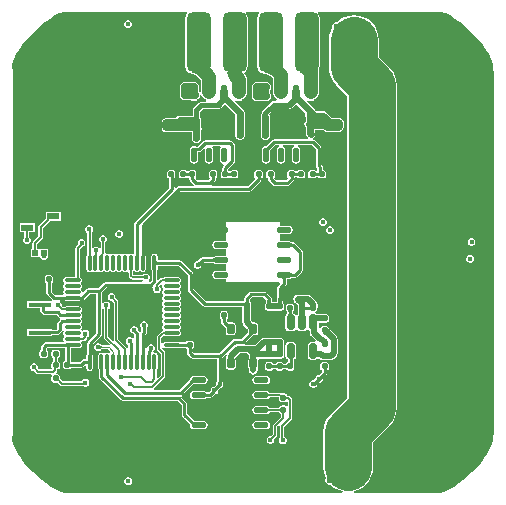
<source format=gbl>
G04*
G04 #@! TF.GenerationSoftware,Altium Limited,Altium Designer,23.8.1 (32)*
G04*
G04 Layer_Physical_Order=4*
G04 Layer_Color=16711680*
%FSLAX44Y44*%
%MOMM*%
G71*
G04*
G04 #@! TF.SameCoordinates,63047707-2AD3-47D3-9D9A-8CE44674FD2A*
G04*
G04*
G04 #@! TF.FilePolarity,Positive*
G04*
G01*
G75*
%ADD10C,0.2540*%
%ADD11C,0.2000*%
%ADD14C,0.1524*%
%ADD19R,0.4682X0.4725*%
%ADD46C,0.1500*%
%ADD51C,0.5080*%
%ADD53C,0.5000*%
%ADD54C,0.1016*%
%ADD55C,5.0800*%
%ADD56C,0.4500*%
%ADD57C,0.6000*%
%ADD58C,0.1778*%
%ADD59R,1.1000X0.6000*%
%ADD60O,1.3000X0.5000*%
G04:AMPARAMS|DCode=61|XSize=0.508mm|YSize=0.508mm|CornerRadius=0.127mm|HoleSize=0mm|Usage=FLASHONLY|Rotation=0.000|XOffset=0mm|YOffset=0mm|HoleType=Round|Shape=RoundedRectangle|*
%AMROUNDEDRECTD61*
21,1,0.5080,0.2540,0,0,0.0*
21,1,0.2540,0.5080,0,0,0.0*
1,1,0.2540,0.1270,-0.1270*
1,1,0.2540,-0.1270,-0.1270*
1,1,0.2540,-0.1270,0.1270*
1,1,0.2540,0.1270,0.1270*
%
%ADD61ROUNDEDRECTD61*%
G04:AMPARAMS|DCode=62|XSize=0.7mm|YSize=1.3mm|CornerRadius=0.175mm|HoleSize=0mm|Usage=FLASHONLY|Rotation=0.000|XOffset=0mm|YOffset=0mm|HoleType=Round|Shape=RoundedRectangle|*
%AMROUNDEDRECTD62*
21,1,0.7000,0.9500,0,0,0.0*
21,1,0.3500,1.3000,0,0,0.0*
1,1,0.3500,0.1750,-0.4750*
1,1,0.3500,-0.1750,-0.4750*
1,1,0.3500,-0.1750,0.4750*
1,1,0.3500,0.1750,0.4750*
%
%ADD62ROUNDEDRECTD62*%
G04:AMPARAMS|DCode=63|XSize=5.08mm|YSize=2.032mm|CornerRadius=0.508mm|HoleSize=0mm|Usage=FLASHONLY|Rotation=270.000|XOffset=0mm|YOffset=0mm|HoleType=Round|Shape=RoundedRectangle|*
%AMROUNDEDRECTD63*
21,1,5.0800,1.0160,0,0,270.0*
21,1,4.0640,2.0320,0,0,270.0*
1,1,1.0160,-0.5080,-2.0320*
1,1,1.0160,-0.5080,2.0320*
1,1,1.0160,0.5080,2.0320*
1,1,1.0160,0.5080,-2.0320*
%
%ADD63ROUNDEDRECTD63*%
G04:AMPARAMS|DCode=64|XSize=0.508mm|YSize=0.508mm|CornerRadius=0.127mm|HoleSize=0mm|Usage=FLASHONLY|Rotation=90.000|XOffset=0mm|YOffset=0mm|HoleType=Round|Shape=RoundedRectangle|*
%AMROUNDEDRECTD64*
21,1,0.5080,0.2540,0,0,90.0*
21,1,0.2540,0.5080,0,0,90.0*
1,1,0.2540,0.1270,0.1270*
1,1,0.2540,0.1270,-0.1270*
1,1,0.2540,-0.1270,-0.1270*
1,1,0.2540,-0.1270,0.1270*
%
%ADD64ROUNDEDRECTD64*%
%ADD65R,1.9000X0.4000*%
%ADD66O,0.5000X1.3000*%
G04:AMPARAMS|DCode=67|XSize=0.9561mm|YSize=1.6098mm|CornerRadius=0.239mm|HoleSize=0mm|Usage=FLASHONLY|Rotation=270.000|XOffset=0mm|YOffset=0mm|HoleType=Round|Shape=RoundedRectangle|*
%AMROUNDEDRECTD67*
21,1,0.9561,1.1318,0,0,270.0*
21,1,0.4780,1.6098,0,0,270.0*
1,1,0.4780,-0.5659,-0.2390*
1,1,0.4780,-0.5659,0.2390*
1,1,0.4780,0.5659,0.2390*
1,1,0.4780,0.5659,-0.2390*
%
%ADD67ROUNDEDRECTD67*%
G04:AMPARAMS|DCode=68|XSize=2.3mm|YSize=2.3mm|CornerRadius=0.575mm|HoleSize=0mm|Usage=FLASHONLY|Rotation=0.000|XOffset=0mm|YOffset=0mm|HoleType=Round|Shape=RoundedRectangle|*
%AMROUNDEDRECTD68*
21,1,2.3000,1.1500,0,0,0.0*
21,1,1.1500,2.3000,0,0,0.0*
1,1,1.1500,0.5750,-0.5750*
1,1,1.1500,-0.5750,-0.5750*
1,1,1.1500,-0.5750,0.5750*
1,1,1.1500,0.5750,0.5750*
%
%ADD68ROUNDEDRECTD68*%
G04:AMPARAMS|DCode=69|XSize=0.6mm|YSize=0.889mm|CornerRadius=0.15mm|HoleSize=0mm|Usage=FLASHONLY|Rotation=0.000|XOffset=0mm|YOffset=0mm|HoleType=Round|Shape=RoundedRectangle|*
%AMROUNDEDRECTD69*
21,1,0.6000,0.5890,0,0,0.0*
21,1,0.3000,0.8890,0,0,0.0*
1,1,0.3000,0.1500,-0.2945*
1,1,0.3000,-0.1500,-0.2945*
1,1,0.3000,-0.1500,0.2945*
1,1,0.3000,0.1500,0.2945*
%
%ADD69ROUNDEDRECTD69*%
%ADD70O,0.3048X1.3716*%
%ADD71O,1.3716X0.3048*%
%ADD72C,4.0000*%
%ADD73C,0.6350*%
%ADD74C,0.4000*%
%ADD75C,0.6000*%
%ADD76C,0.7000*%
%ADD77C,0.8000*%
%ADD78C,1.1430*%
G36*
X25547Y156196D02*
X25734Y156096D01*
X25963Y155941D01*
X26235Y155730D01*
X26904Y155141D01*
X27742Y154330D01*
X15946Y149962D01*
X15530Y150333D01*
X15049Y150679D01*
X14502Y151000D01*
X13890Y151297D01*
X13212Y151569D01*
X12469Y151817D01*
X11660Y152040D01*
X9847Y152411D01*
X8842Y152561D01*
X25240Y156162D01*
X25300Y156229D01*
X25403Y156240D01*
X25547Y156196D01*
D02*
G37*
G36*
X-35729Y156057D02*
X-35687Y155912D01*
X-35592Y155728D01*
X-35445Y155503D01*
X-35246Y155238D01*
X-34692Y154588D01*
X-33471Y153314D01*
X-46284Y149962D01*
X-46722Y150368D01*
X-47192Y150741D01*
X-47695Y151081D01*
X-48229Y151390D01*
X-48797Y151666D01*
X-49396Y151909D01*
X-50028Y152121D01*
X-50693Y152300D01*
X-51389Y152446D01*
X-52118Y152561D01*
X-35721Y156162D01*
X-35729Y156057D01*
D02*
G37*
G36*
X-7977Y152895D02*
X-8302Y152688D01*
X-8588Y152448D01*
X-8837Y152176D01*
X-9047Y151871D01*
X-9219Y151534D01*
X-9353Y151164D01*
X-9449Y150762D01*
X-9506Y150327D01*
X-9525Y149860D01*
X-20955D01*
X-20974Y150327D01*
X-21031Y150762D01*
X-21127Y151164D01*
X-21261Y151534D01*
X-21433Y151871D01*
X-21643Y152176D01*
X-21892Y152448D01*
X-22178Y152688D01*
X-22503Y152895D01*
X-22867Y153069D01*
X-7613D01*
X-7977Y152895D01*
D02*
G37*
G36*
X54705Y153889D02*
X54832Y153708D01*
X54941Y153402D01*
X55034Y152972D01*
X55110Y152418D01*
X55211Y150936D01*
X55245Y148958D01*
X43815D01*
X43770Y149536D01*
X43635Y150065D01*
X43411Y150547D01*
X43096Y150980D01*
X42692Y151364D01*
X42197Y151700D01*
X41613Y151988D01*
X40939Y152227D01*
X40175Y152418D01*
X39322Y152561D01*
X54401Y153879D01*
X54562Y153946D01*
X54705Y153889D01*
D02*
G37*
G36*
X-155058Y203665D02*
X-55585D01*
X-55275Y202395D01*
X-56542Y200499D01*
X-57015Y198120D01*
Y157480D01*
X-56542Y155101D01*
X-55195Y153085D01*
X-53179Y151738D01*
X-52719Y151646D01*
X-52711Y151634D01*
X-52485Y151594D01*
X-52288Y151474D01*
X-51588Y151364D01*
X-50949Y151230D01*
X-50346Y151067D01*
X-49778Y150877D01*
X-49245Y150661D01*
X-48746Y150418D01*
X-48279Y150149D01*
X-47844Y149854D01*
X-47439Y149532D01*
X-47032Y149155D01*
X-46985Y149138D01*
X-43623Y145776D01*
Y136063D01*
X-44463Y135607D01*
X-44882Y135551D01*
X-45253Y135949D01*
Y139954D01*
X-45578Y141591D01*
X-46506Y142978D01*
X-47893Y143906D01*
X-49530Y144231D01*
X-50774Y143984D01*
X-52019Y144231D01*
X-56134D01*
X-56642Y144130D01*
X-57150Y144231D01*
X-58787Y143906D01*
X-60174Y142978D01*
X-61102Y141591D01*
X-61427Y139954D01*
Y133350D01*
X-61102Y131713D01*
X-60174Y130326D01*
X-58787Y129398D01*
X-57150Y129073D01*
X-52916D01*
X-52098Y129235D01*
X-52065Y129185D01*
X-50902Y128408D01*
X-49530Y128135D01*
X-48158Y128408D01*
X-46995Y129185D01*
X-46628Y129735D01*
X-45744Y130326D01*
X-44816Y131713D01*
X-44491Y133350D01*
X-43249Y133618D01*
X-42713Y132323D01*
X-41633Y130917D01*
X-40227Y129837D01*
X-39637Y129593D01*
X-39365Y129185D01*
X-39191Y129069D01*
X-39577Y127799D01*
X-40268D01*
X-40269Y127799D01*
X-40299Y127793D01*
X-43434D01*
X-44612Y127559D01*
X-45611Y126891D01*
X-49723Y122779D01*
X-50391Y121780D01*
X-50625Y120602D01*
Y115859D01*
X-61722D01*
X-63291Y115547D01*
X-64620Y114658D01*
X-65317Y113616D01*
X-73477D01*
X-74806Y113351D01*
X-75933Y112599D01*
X-76685Y111472D01*
X-76950Y110143D01*
Y105363D01*
X-76685Y104034D01*
X-75933Y102907D01*
X-74806Y102154D01*
X-73477Y101890D01*
X-66667D01*
X-66538Y101864D01*
X-51788D01*
X-51645Y101721D01*
Y96520D01*
X-51562Y96104D01*
Y95721D01*
X-51416Y95367D01*
X-51333Y94951D01*
X-51097Y94599D01*
X-50951Y94245D01*
X-50680Y93974D01*
X-50444Y93622D01*
X-50092Y93386D01*
X-49821Y93115D01*
X-49467Y92969D01*
X-49114Y92733D01*
X-48699Y92650D01*
X-48345Y92504D01*
X-47962D01*
X-47546Y92421D01*
X-47130Y92504D01*
X-46747D01*
X-46393Y92650D01*
X-45978Y92733D01*
X-45625Y92969D01*
X-45271Y93115D01*
X-45000Y93386D01*
X-44648Y93622D01*
X-44412Y93974D01*
X-44141Y94245D01*
X-43995Y94599D01*
X-43759Y94951D01*
X-43677Y95367D01*
X-43530Y95721D01*
Y96104D01*
X-43447Y96520D01*
Y102139D01*
X-43288Y102376D01*
X-42937Y104140D01*
X-43288Y105904D01*
X-43447Y106142D01*
Y111519D01*
X-43399Y111760D01*
X-43482Y112176D01*
Y112559D01*
X-43629Y112913D01*
X-43711Y113329D01*
X-43947Y113681D01*
X-44093Y114035D01*
X-44364Y114305D01*
X-44467Y114459D01*
Y119327D01*
X-42159Y121635D01*
X-40275D01*
X-40244Y121641D01*
X-29750D01*
X-29131Y121764D01*
X-28664Y121671D01*
X-27291Y121944D01*
X-26126Y122722D01*
X-23475Y125374D01*
X-14767Y116666D01*
Y106934D01*
Y99314D01*
X-14684Y98898D01*
Y98515D01*
X-14538Y98161D01*
X-14455Y97746D01*
X-14219Y97393D01*
X-14073Y97039D01*
X-13802Y96768D01*
X-13566Y96416D01*
X-13214Y96180D01*
X-12943Y95909D01*
X-12589Y95763D01*
X-12236Y95527D01*
X-11820Y95444D01*
X-11467Y95298D01*
X-11084D01*
X-10668Y95215D01*
X-10252Y95298D01*
X-9869D01*
X-9516Y95444D01*
X-9100Y95527D01*
X-8747Y95763D01*
X-8393Y95909D01*
X-8122Y96180D01*
X-7770Y96416D01*
X-7534Y96768D01*
X-7263Y97039D01*
X-7117Y97393D01*
X-6881Y97746D01*
X-6798Y98161D01*
X-6652Y98515D01*
Y98898D01*
X-6569Y99314D01*
Y106934D01*
Y118364D01*
X-6881Y119933D01*
X-7770Y121262D01*
X-14568Y128061D01*
X-13759Y129047D01*
X-12802Y128408D01*
X-11430Y128135D01*
X-10058Y128408D01*
X-8895Y129185D01*
X-8623Y129593D01*
X-8033Y129837D01*
X-6627Y130917D01*
X-5547Y132323D01*
X-4868Y133962D01*
X-4637Y135720D01*
Y146050D01*
X-4868Y147808D01*
X-5547Y149446D01*
X-6627Y150853D01*
X-6668Y150895D01*
X-6822Y151284D01*
X-6826Y151585D01*
X-6543Y152565D01*
X-5765Y153085D01*
X-4418Y155101D01*
X-3945Y157480D01*
Y198120D01*
X-4418Y200499D01*
X-5685Y202395D01*
X-5375Y203665D01*
X5375D01*
X5685Y202395D01*
X4418Y200499D01*
X3945Y198120D01*
Y157480D01*
X4418Y155101D01*
X5765Y153085D01*
X7782Y151738D01*
X8241Y151646D01*
X8249Y151634D01*
X8480Y151593D01*
X8681Y151473D01*
X9655Y151328D01*
X11403Y150970D01*
X12149Y150764D01*
X12833Y150536D01*
X13444Y150291D01*
X13982Y150030D01*
X14447Y149757D01*
X14841Y149474D01*
X15214Y149141D01*
X15257Y149126D01*
X17337Y147046D01*
Y135720D01*
X17568Y133962D01*
X18247Y132323D01*
X19327Y130917D01*
X20733Y129837D01*
X20756Y129571D01*
X19595Y128301D01*
X18034D01*
X18034Y128301D01*
X16856Y128067D01*
X15857Y127399D01*
X8745Y120287D01*
X8077Y119288D01*
X7843Y118110D01*
Y117182D01*
X7788Y117100D01*
X7517Y116829D01*
X7371Y116475D01*
X7135Y116123D01*
X7053Y115707D01*
X6906Y115353D01*
Y114970D01*
X6823Y114554D01*
Y106934D01*
Y99314D01*
X6906Y98898D01*
Y98515D01*
X7053Y98161D01*
X7135Y97746D01*
X7371Y97393D01*
X7517Y97039D01*
X7788Y96768D01*
X8024Y96416D01*
X8376Y96180D01*
X8647Y95909D01*
X9001Y95763D01*
X9354Y95527D01*
X9769Y95444D01*
X10123Y95298D01*
X10506D01*
X10922Y95215D01*
X11338Y95298D01*
X11721D01*
X12075Y95444D01*
X12491Y95527D01*
X12843Y95763D01*
X13197Y95909D01*
X13468Y96180D01*
X13820Y96416D01*
X14056Y96768D01*
X14327Y97039D01*
X14473Y97393D01*
X14709Y97746D01*
X14792Y98161D01*
X14938Y98515D01*
Y98898D01*
X15021Y99314D01*
Y106934D01*
Y114554D01*
X14938Y114970D01*
Y115353D01*
X14792Y115707D01*
X14709Y116123D01*
X14473Y116475D01*
X14327Y116829D01*
X14161Y116994D01*
X19309Y122143D01*
X21427D01*
X21438Y122141D01*
X21438Y122141D01*
X30020D01*
X30375Y121904D01*
X31748Y121631D01*
X33121Y121904D01*
X34286Y122682D01*
X37104Y125501D01*
X44456Y118150D01*
X44216Y116944D01*
X44605Y114985D01*
X44923Y114509D01*
Y111614D01*
X44293Y110671D01*
X43904Y108712D01*
X44293Y106753D01*
X44923Y105810D01*
Y100838D01*
X45235Y99270D01*
X45862Y98331D01*
X45871Y98309D01*
X45888Y98292D01*
X46124Y97940D01*
X46378Y97686D01*
X46730Y97450D01*
X47001Y97179D01*
X47355Y97033D01*
X46904Y95807D01*
X18182D01*
X17289Y95629D01*
X16531Y95123D01*
X11666Y90258D01*
X11430Y90305D01*
X10058Y90032D01*
X8895Y89255D01*
X8118Y88092D01*
X7845Y86720D01*
Y78720D01*
X8118Y77348D01*
X8895Y76185D01*
X10058Y75408D01*
X11430Y75135D01*
X12802Y75408D01*
X13965Y76185D01*
X14742Y77348D01*
X15015Y78720D01*
Y86720D01*
X14968Y86956D01*
X19149Y91137D01*
X22300D01*
X22511Y89867D01*
X21595Y89255D01*
X20818Y88092D01*
X20545Y86720D01*
Y78720D01*
X20818Y77348D01*
X21595Y76185D01*
X22758Y75408D01*
X24130Y75135D01*
X25502Y75408D01*
X26665Y76185D01*
X27442Y77348D01*
X27715Y78720D01*
Y86720D01*
X27442Y88092D01*
X26665Y89255D01*
X25749Y89867D01*
X25960Y91137D01*
X35000D01*
X35211Y89867D01*
X34295Y89255D01*
X33518Y88092D01*
X33245Y86720D01*
Y78720D01*
X33518Y77348D01*
X34295Y76185D01*
X35458Y75408D01*
X36830Y75135D01*
X38202Y75408D01*
X39365Y76185D01*
X40142Y77348D01*
X40415Y78720D01*
Y86720D01*
X40142Y88092D01*
X39365Y89255D01*
X38449Y89867D01*
X38660Y91137D01*
X50261D01*
X53545Y87853D01*
Y73406D01*
X53723Y72512D01*
X54229Y71755D01*
X54815Y71169D01*
Y69856D01*
X54250Y69524D01*
X53545Y69328D01*
X52962Y69717D01*
X52070Y69895D01*
X49530D01*
X48638Y69717D01*
X47882Y69212D01*
X47377Y68456D01*
X47199Y67564D01*
Y65024D01*
X47377Y64132D01*
X47882Y63376D01*
X48638Y62871D01*
X49530Y62693D01*
X52070D01*
X52962Y62871D01*
X53718Y63376D01*
X53960Y63738D01*
X55260D01*
X55502Y63376D01*
X56258Y62871D01*
X57150Y62693D01*
X59690D01*
X60582Y62871D01*
X61338Y63376D01*
X61843Y64132D01*
X62021Y65024D01*
Y67564D01*
X61843Y68456D01*
X61338Y69212D01*
X60582Y69717D01*
X59690Y69895D01*
X59485D01*
Y72136D01*
X59307Y73029D01*
X58801Y73787D01*
X58215Y74373D01*
Y88820D01*
X58037Y89713D01*
X57531Y90471D01*
X52879Y95123D01*
X52122Y95629D01*
X51552Y95742D01*
X51205Y96741D01*
X51197Y97033D01*
X51551Y97179D01*
X51822Y97450D01*
X52174Y97686D01*
X52410Y98038D01*
X52681Y98309D01*
X52827Y98663D01*
X53063Y99016D01*
X53145Y99431D01*
X53292Y99785D01*
Y100168D01*
X53375Y100584D01*
X53292Y101000D01*
Y101383D01*
X53145Y101736D01*
X53121Y101861D01*
Y103594D01*
X59838D01*
X59957Y103415D01*
X61084Y102662D01*
X62413Y102398D01*
X73731D01*
X75060Y102662D01*
X76187Y103415D01*
X76939Y104542D01*
X77204Y105871D01*
Y110651D01*
X76939Y111980D01*
X76187Y113107D01*
X75060Y113860D01*
X73731Y114124D01*
X67259D01*
X62956Y118427D01*
X61295Y119537D01*
X59337Y119926D01*
X53590D01*
X52953Y120563D01*
X52875Y120615D01*
X52809Y120948D01*
X51920Y122278D01*
X46302Y127896D01*
X46814Y129180D01*
X46995Y129185D01*
X48158Y128408D01*
X49530Y128135D01*
X50902Y128408D01*
X52065Y129185D01*
X52337Y129593D01*
X52927Y129837D01*
X54333Y130917D01*
X55413Y132323D01*
X56092Y133962D01*
X56323Y135720D01*
Y148906D01*
X56345Y148958D01*
X56341Y148967D01*
X56345Y148977D01*
X56323Y150235D01*
Y153670D01*
X56202Y154592D01*
X56542Y155101D01*
X57015Y157480D01*
Y198120D01*
X56542Y200499D01*
X55275Y202395D01*
X55585Y203665D01*
X153796D01*
X153805Y203665D01*
X155058Y203665D01*
X156289Y203571D01*
X159386Y203328D01*
X163608Y202314D01*
X167619Y200653D01*
X170697Y198766D01*
X171715Y198019D01*
X171715Y198019D01*
X171715Y198019D01*
X178015Y193053D01*
X185829Y185829D01*
X193053Y178015D01*
X198019Y171715D01*
X198019Y171715D01*
X198019Y171715D01*
X198766Y170697D01*
X200653Y167619D01*
X202314Y163608D01*
X203328Y159386D01*
X203571Y156290D01*
X203665Y155058D01*
X203843Y154164D01*
X204002Y153927D01*
X204203Y153626D01*
Y-153626D01*
X203843Y-154164D01*
X203665Y-155058D01*
X203571Y-156290D01*
X203328Y-159386D01*
X202314Y-163608D01*
X200653Y-167619D01*
X198766Y-170697D01*
X198019Y-171715D01*
X198019Y-171715D01*
X198019Y-171715D01*
X193053Y-178015D01*
X185829Y-185829D01*
X178015Y-193053D01*
X171715Y-198019D01*
X171715Y-198019D01*
X171715Y-198019D01*
X170697Y-198766D01*
X167619Y-200653D01*
X163608Y-202314D01*
X159386Y-203328D01*
X156347Y-203567D01*
X155595Y-203417D01*
X85923D01*
X85735Y-202147D01*
X89109Y-201124D01*
X92761Y-199172D01*
X95961Y-196545D01*
X98588Y-193345D01*
X100540Y-189693D01*
X101742Y-185731D01*
X102148Y-181610D01*
Y-169672D01*
Y-160387D01*
X116027Y-146507D01*
X118654Y-143307D01*
X120606Y-139655D01*
X121808Y-135693D01*
X122214Y-131572D01*
Y141478D01*
X121808Y145599D01*
X120606Y149561D01*
X118654Y153213D01*
X116027Y156413D01*
X106974Y165467D01*
Y179832D01*
X106568Y183953D01*
X105366Y187915D01*
X103414Y191567D01*
X100787Y194767D01*
X97587Y197394D01*
X93935Y199346D01*
X89973Y200548D01*
X85852Y200954D01*
X81731Y200548D01*
X77769Y199346D01*
X74117Y197394D01*
X71539Y195278D01*
X70575D01*
X69099Y194667D01*
X67969Y193537D01*
X67358Y192061D01*
Y190463D01*
X67507Y190103D01*
X66338Y187915D01*
X65136Y183953D01*
X64730Y179832D01*
Y156718D01*
X65136Y152597D01*
X66338Y148635D01*
X68290Y144983D01*
X70917Y141783D01*
X79970Y132729D01*
Y-122823D01*
X66091Y-136703D01*
X63464Y-139903D01*
X61512Y-143555D01*
X60310Y-147517D01*
X59904Y-151638D01*
Y-169672D01*
Y-181610D01*
X60310Y-185731D01*
X61512Y-189693D01*
X62133Y-190856D01*
X61770Y-191733D01*
Y-193331D01*
X62381Y-194807D01*
X63511Y-195937D01*
X64987Y-196548D01*
X66094D01*
X69291Y-199172D01*
X72943Y-201124D01*
X76317Y-202147D01*
X76129Y-203417D01*
X-154520D01*
X-155414Y-203595D01*
X-155474Y-203636D01*
X-159386Y-203328D01*
X-163608Y-202314D01*
X-167619Y-200653D01*
X-170697Y-198766D01*
X-171715Y-198019D01*
X-171715Y-198019D01*
X-171715Y-198019D01*
X-178015Y-193053D01*
X-185829Y-185829D01*
X-193053Y-178015D01*
X-198019Y-171715D01*
X-198019Y-171715D01*
X-198019Y-171715D01*
X-198766Y-170697D01*
X-200653Y-167619D01*
X-202314Y-163608D01*
X-203328Y-159386D01*
X-203585Y-156121D01*
X-203305Y-155703D01*
X-203128Y-154810D01*
Y155306D01*
X-203305Y156199D01*
X-203550Y156565D01*
X-203328Y159386D01*
X-202314Y163608D01*
X-200653Y167619D01*
X-198766Y170697D01*
X-198019Y171715D01*
X-198019Y171715D01*
X-198019Y171715D01*
X-193053Y178015D01*
X-185829Y185829D01*
X-178015Y193053D01*
X-171715Y198019D01*
X-171715Y198019D01*
X-171715Y198019D01*
X-170697Y198766D01*
X-167619Y200653D01*
X-163608Y202314D01*
X-159386Y203328D01*
X-155069Y203667D01*
X-155058Y203665D01*
D02*
G37*
%LPC*%
G36*
X-104798Y196852D02*
X-106097D01*
X-107298Y196354D01*
X-108216Y195436D01*
X-108714Y194235D01*
Y192936D01*
X-108216Y191735D01*
X-107298Y190817D01*
X-106097Y190320D01*
X-104798D01*
X-103597Y190817D01*
X-102679Y191735D01*
X-102182Y192936D01*
Y194235D01*
X-102679Y195436D01*
X-103597Y196354D01*
X-104798Y196852D01*
D02*
G37*
G36*
X11430Y144231D02*
X3810D01*
X2173Y143906D01*
X786Y142978D01*
X-142Y141591D01*
X-467Y139954D01*
Y132334D01*
X-142Y130697D01*
X786Y129310D01*
X2173Y128382D01*
X3810Y128057D01*
X11430D01*
X13067Y128382D01*
X14454Y129310D01*
X15382Y130697D01*
X15707Y132334D01*
X15382Y133971D01*
X15015Y134520D01*
Y137768D01*
X15382Y138317D01*
X15707Y139954D01*
X15382Y141591D01*
X14454Y142978D01*
X13067Y143906D01*
X11430Y144231D01*
D02*
G37*
G36*
X-19084Y94825D02*
X-30700D01*
X-30871Y94791D01*
X-34269D01*
X-34440Y94825D01*
X-40352D01*
X-41245Y94647D01*
X-42003Y94141D01*
X-46618Y89526D01*
X-47400D01*
X-48158Y90032D01*
X-49530Y90305D01*
X-50902Y90032D01*
X-52065Y89255D01*
X-52842Y88092D01*
X-53115Y86720D01*
Y78720D01*
X-52842Y77348D01*
X-52065Y76185D01*
X-50902Y75408D01*
X-49530Y75135D01*
X-48158Y75408D01*
X-46995Y76185D01*
X-46218Y77348D01*
X-45945Y78720D01*
Y84856D01*
X-45651D01*
X-44758Y85034D01*
X-44000Y85540D01*
X-41434Y88106D01*
X-40264Y87480D01*
X-40415Y86720D01*
Y78720D01*
X-40142Y77348D01*
X-39365Y76185D01*
X-38202Y75408D01*
X-36830Y75135D01*
X-35458Y75408D01*
X-34295Y76185D01*
X-33518Y77348D01*
X-33245Y78720D01*
Y86720D01*
X-33518Y88092D01*
X-34025Y88851D01*
X-33493Y90089D01*
X-33463Y90121D01*
X-30734D01*
X-30563Y90155D01*
X-27475D01*
X-27392Y90064D01*
X-26912Y88885D01*
X-27442Y88092D01*
X-27715Y86720D01*
Y78720D01*
X-27686Y78575D01*
Y78190D01*
X-27539Y77835D01*
X-27442Y77348D01*
X-26665Y76185D01*
X-25502Y75408D01*
X-24566Y75222D01*
X-24072Y74049D01*
X-24066Y73926D01*
X-24765Y73227D01*
X-25271Y72470D01*
X-25449Y71576D01*
Y69602D01*
X-26032Y69212D01*
X-26537Y68456D01*
X-26715Y67564D01*
Y65024D01*
X-26537Y64132D01*
X-26032Y63376D01*
X-25276Y62871D01*
X-24384Y62693D01*
X-21844D01*
X-20952Y62871D01*
X-20196Y63376D01*
X-19954Y63738D01*
X-18654D01*
X-18412Y63376D01*
X-17656Y62871D01*
X-16764Y62693D01*
X-14224D01*
X-13332Y62871D01*
X-12576Y63376D01*
X-12071Y64132D01*
X-11893Y65024D01*
Y67564D01*
X-12071Y68456D01*
X-12576Y69212D01*
X-13332Y69717D01*
X-14224Y69895D01*
X-16764D01*
X-17656Y69717D01*
X-18412Y69212D01*
X-18654Y68850D01*
X-19954D01*
X-20196Y69212D01*
X-20536Y69440D01*
X-20621Y70767D01*
X-15549Y75839D01*
X-15043Y76596D01*
X-14865Y77490D01*
Y90606D01*
X-15043Y91500D01*
X-15549Y92257D01*
X-17433Y94141D01*
X-18190Y94647D01*
X-18339Y94677D01*
X-19084Y94825D01*
D02*
G37*
G36*
X41910Y69895D02*
X39370D01*
X38478Y69717D01*
X37722Y69212D01*
X37480Y68850D01*
X36180D01*
X35938Y69212D01*
X35182Y69717D01*
X34290Y69895D01*
X31750D01*
X30858Y69717D01*
X30102Y69212D01*
X29597Y68456D01*
X29419Y67564D01*
Y65024D01*
X29597Y64132D01*
X30102Y63376D01*
X30147Y62913D01*
X28243Y61009D01*
X19763D01*
X18090Y62682D01*
X18158Y63376D01*
X18663Y64132D01*
X18841Y65024D01*
Y67564D01*
X18663Y68456D01*
X18158Y69212D01*
X17402Y69717D01*
X16510Y69895D01*
X13970D01*
X13078Y69717D01*
X12322Y69212D01*
X11817Y68456D01*
X11639Y67564D01*
Y65024D01*
X11817Y64132D01*
X12322Y63376D01*
X12905Y62986D01*
Y62230D01*
X13083Y61336D01*
X13589Y60579D01*
X17145Y57023D01*
X17902Y56517D01*
X18796Y56339D01*
X29210D01*
X30103Y56517D01*
X30861Y57023D01*
X34671Y60833D01*
X35177Y61590D01*
X35355Y62484D01*
Y62986D01*
X35938Y63376D01*
X36180Y63738D01*
X37480D01*
X37722Y63376D01*
X38478Y62871D01*
X39370Y62693D01*
X41910D01*
X42802Y62871D01*
X43558Y63376D01*
X44063Y64132D01*
X44241Y65024D01*
Y67564D01*
X44063Y68456D01*
X43558Y69212D01*
X42802Y69717D01*
X41910Y69895D01*
D02*
G37*
G36*
X6350D02*
X3810D01*
X2918Y69717D01*
X2162Y69212D01*
X1657Y68456D01*
X1479Y67564D01*
Y65024D01*
X1657Y64132D01*
X2162Y63376D01*
X2008Y61952D01*
X-3761Y56183D01*
X-33715D01*
X-34241Y57453D01*
X-31623Y60071D01*
X-31117Y60828D01*
X-30939Y61722D01*
Y62986D01*
X-30356Y63376D01*
X-29851Y64132D01*
X-29673Y65024D01*
Y67564D01*
X-29851Y68456D01*
X-30356Y69212D01*
X-31112Y69717D01*
X-32004Y69895D01*
X-34544D01*
X-35436Y69717D01*
X-36192Y69212D01*
X-36697Y68456D01*
X-36875Y67564D01*
Y65024D01*
X-36697Y64132D01*
X-36192Y63376D01*
X-36346Y61952D01*
X-37289Y61009D01*
X-46785D01*
X-47829Y62053D01*
X-48136Y63376D01*
X-47631Y64132D01*
X-47453Y65024D01*
Y67564D01*
X-47631Y68456D01*
X-48136Y69212D01*
X-48892Y69717D01*
X-49784Y69895D01*
X-52324D01*
X-53216Y69717D01*
X-53972Y69212D01*
X-54214Y68850D01*
X-55514D01*
X-55756Y69212D01*
X-56512Y69717D01*
X-57404Y69895D01*
X-59944D01*
X-60836Y69717D01*
X-61592Y69212D01*
X-62097Y68456D01*
X-62275Y67564D01*
Y65024D01*
X-62097Y64132D01*
X-61592Y63376D01*
X-60836Y62871D01*
X-59944Y62693D01*
X-57404D01*
X-56512Y62871D01*
X-55756Y63376D01*
X-55582Y63636D01*
X-54323Y63714D01*
X-53389Y62810D01*
Y61976D01*
X-53211Y61083D01*
X-52705Y60325D01*
X-49833Y57453D01*
X-50359Y56183D01*
X-62484D01*
X-63377Y56005D01*
X-64135Y55499D01*
X-64975Y54659D01*
X-66245Y55185D01*
Y63156D01*
X-65916Y63376D01*
X-65411Y64132D01*
X-65233Y65024D01*
Y67564D01*
X-65411Y68456D01*
X-65916Y69212D01*
X-66672Y69717D01*
X-67564Y69895D01*
X-70104D01*
X-70996Y69717D01*
X-71752Y69212D01*
X-72257Y68456D01*
X-72435Y67564D01*
Y65024D01*
X-72257Y64132D01*
X-71752Y63376D01*
X-70996Y62871D01*
X-70915Y62854D01*
Y54815D01*
X-99641Y26089D01*
X-100147Y25331D01*
X-100325Y24438D01*
Y-861D01*
X-101595Y-1433D01*
X-101999Y-1163D01*
X-102990Y-966D01*
X-103981Y-1163D01*
X-104821Y-1725D01*
X-106159D01*
X-106999Y-1163D01*
X-107990Y-966D01*
X-108981Y-1163D01*
X-109821Y-1725D01*
X-111159D01*
X-111999Y-1163D01*
X-112990Y-966D01*
X-113981Y-1163D01*
X-114821Y-1725D01*
X-116159D01*
X-116999Y-1163D01*
X-117990Y-966D01*
X-118981Y-1163D01*
X-119821Y-1725D01*
X-121159D01*
X-121999Y-1163D01*
X-122990Y-966D01*
X-123336Y-1035D01*
X-123601Y-941D01*
X-124498Y-170D01*
X-124546Y-79D01*
Y8595D01*
X-123814Y9326D01*
X-123317Y10526D01*
Y11826D01*
X-123814Y13026D01*
X-124733Y13945D01*
X-125933Y14442D01*
X-127233D01*
X-128433Y13945D01*
X-129352Y13026D01*
X-129849Y11826D01*
Y10526D01*
X-129352Y9326D01*
X-128438Y8413D01*
Y4145D01*
X-128609Y4043D01*
X-129708Y3756D01*
X-130393Y4441D01*
X-131593Y4938D01*
X-132893D01*
X-134093Y4441D01*
X-134774Y3760D01*
X-135891Y4056D01*
X-136044Y4150D01*
Y17072D01*
X-135407Y17708D01*
X-134910Y18908D01*
Y20208D01*
X-135407Y21408D01*
X-136326Y22327D01*
X-137526Y22824D01*
X-138826D01*
X-140026Y22327D01*
X-140945Y21408D01*
X-141442Y20208D01*
Y18908D01*
X-140945Y17708D01*
X-140026Y16789D01*
X-139936Y16752D01*
Y-1897D01*
X-140382Y-2565D01*
X-140580Y-3556D01*
Y-14224D01*
X-140382Y-15215D01*
X-139821Y-16055D01*
X-138981Y-16617D01*
X-137990Y-16814D01*
X-136999Y-16617D01*
X-136159Y-16055D01*
X-134821D01*
X-133981Y-16617D01*
X-132990Y-16814D01*
X-131999Y-16617D01*
X-131159Y-16055D01*
X-129821D01*
X-128981Y-16617D01*
X-127990Y-16814D01*
X-126999Y-16617D01*
X-126159Y-16055D01*
X-124821D01*
X-123981Y-16617D01*
X-122990Y-16814D01*
X-121999Y-16617D01*
X-121159Y-16055D01*
X-119821D01*
X-118981Y-16617D01*
X-117990Y-16814D01*
X-116999Y-16617D01*
X-116159Y-16055D01*
X-114821D01*
X-113981Y-16617D01*
X-112990Y-16814D01*
X-111999Y-16617D01*
X-111159Y-16055D01*
X-109821D01*
X-108981Y-16617D01*
X-107990Y-16814D01*
X-106999Y-16617D01*
X-106159Y-16055D01*
X-105963D01*
X-104795Y-17153D01*
Y-19692D01*
X-104657Y-20383D01*
X-104266Y-20968D01*
X-102840Y-22394D01*
X-102255Y-22785D01*
X-101564Y-22923D01*
X-93580D01*
X-93068Y-23573D01*
X-93622Y-24843D01*
X-124206D01*
X-125099Y-25021D01*
X-125857Y-25527D01*
X-130761Y-30431D01*
X-138938D01*
X-139831Y-30609D01*
X-140589Y-31115D01*
X-143282Y-33809D01*
X-144177Y-33428D01*
X-144492Y-33222D01*
X-144673Y-32309D01*
X-145235Y-31469D01*
Y-30131D01*
X-144673Y-29291D01*
X-144476Y-28300D01*
X-144673Y-27309D01*
X-145235Y-26469D01*
Y-25131D01*
X-144673Y-24291D01*
X-144476Y-23300D01*
X-144673Y-22309D01*
X-145235Y-21469D01*
X-146009Y-20952D01*
Y3289D01*
X-144690Y4608D01*
X-144130D01*
X-142930Y5105D01*
X-142011Y6024D01*
X-141514Y7224D01*
Y8524D01*
X-142011Y9724D01*
X-142930Y10643D01*
X-144130Y11140D01*
X-145430D01*
X-146630Y10643D01*
X-147549Y9724D01*
X-148046Y8524D01*
Y7224D01*
X-147909Y6894D01*
X-149331Y5472D01*
X-149753Y4840D01*
X-149901Y4095D01*
Y-20710D01*
X-157734D01*
X-158725Y-20907D01*
X-159565Y-21469D01*
X-160127Y-22309D01*
X-160324Y-23300D01*
X-160127Y-24291D01*
X-159565Y-25131D01*
Y-26469D01*
X-160127Y-27309D01*
X-160324Y-28300D01*
X-160127Y-29291D01*
X-159565Y-30131D01*
Y-31469D01*
X-160127Y-32309D01*
X-160324Y-33300D01*
X-160127Y-34291D01*
X-159857Y-34695D01*
X-160429Y-35965D01*
X-166981D01*
X-169876Y-33070D01*
Y-25998D01*
X-169548Y-25778D01*
X-169043Y-25022D01*
X-168865Y-24130D01*
Y-21590D01*
X-169043Y-20698D01*
X-169548Y-19942D01*
X-170304Y-19437D01*
X-171196Y-19259D01*
X-173736D01*
X-174628Y-19437D01*
X-175384Y-19942D01*
X-175889Y-20698D01*
X-176067Y-21590D01*
Y-24130D01*
X-175889Y-25022D01*
X-175384Y-25778D01*
X-174628Y-26283D01*
X-174546Y-26300D01*
Y-34037D01*
X-174368Y-34931D01*
X-173862Y-35688D01*
X-169727Y-39823D01*
X-169703Y-39855D01*
X-169752Y-40282D01*
X-170126Y-41092D01*
X-170230Y-41110D01*
X-170485Y-41117D01*
X-170544Y-41118D01*
X-170548Y-41118D01*
X-170683D01*
X-190602Y-41118D01*
Y-47150D01*
X-179627D01*
Y-49312D01*
X-179449Y-50206D01*
X-178943Y-50963D01*
X-177455Y-52451D01*
X-176698Y-52957D01*
X-175804Y-53135D01*
X-166067D01*
X-164251Y-54951D01*
X-163493Y-55457D01*
X-163129Y-55530D01*
X-162838Y-56292D01*
X-162786Y-56868D01*
X-164973Y-59055D01*
X-165479Y-59812D01*
X-165657Y-60706D01*
Y-64565D01*
X-166353Y-65261D01*
X-169570D01*
Y-65118D01*
X-190602D01*
Y-71150D01*
X-169570D01*
Y-69931D01*
X-165386D01*
X-164492Y-69753D01*
X-163735Y-69247D01*
X-161671Y-67183D01*
X-161234Y-66529D01*
X-161092Y-66404D01*
X-159789Y-66019D01*
X-159565Y-66185D01*
Y-66469D01*
X-160127Y-67309D01*
X-160324Y-68300D01*
X-160127Y-69291D01*
X-159565Y-70131D01*
Y-71469D01*
X-160127Y-72309D01*
X-160324Y-73300D01*
X-160127Y-74291D01*
X-159857Y-74695D01*
X-160429Y-75965D01*
X-174820D01*
X-175714Y-76143D01*
X-176471Y-76649D01*
X-178355Y-78533D01*
X-178861Y-79290D01*
X-179039Y-80184D01*
Y-82491D01*
X-179702Y-82934D01*
X-180207Y-83690D01*
X-180385Y-84582D01*
Y-87122D01*
X-180207Y-88014D01*
X-179702Y-88770D01*
X-178946Y-89275D01*
X-178054Y-89453D01*
X-175514D01*
X-174622Y-89275D01*
X-173866Y-88770D01*
X-173361Y-88014D01*
X-173183Y-87122D01*
Y-84582D01*
X-173361Y-83690D01*
X-173866Y-82934D01*
X-174369Y-82598D01*
Y-81151D01*
X-173853Y-80635D01*
X-158812D01*
X-158725Y-80693D01*
X-158346Y-80768D01*
Y-91467D01*
X-158880Y-91573D01*
X-159636Y-92078D01*
X-160141Y-92834D01*
X-160319Y-93726D01*
Y-96266D01*
X-160141Y-97158D01*
X-159636Y-97914D01*
X-158880Y-98419D01*
X-157988Y-98597D01*
X-155448D01*
X-154556Y-98419D01*
X-153800Y-97914D01*
X-153580Y-97585D01*
X-145034D01*
X-144141Y-97407D01*
X-143383Y-96901D01*
X-141850Y-95368D01*
X-140580Y-95824D01*
Y-98044D01*
X-140383Y-99035D01*
X-139821Y-99875D01*
X-138981Y-100437D01*
X-137990Y-100634D01*
X-136999Y-100437D01*
X-136159Y-99875D01*
X-135597Y-99035D01*
X-135400Y-98044D01*
Y-87376D01*
X-135597Y-86385D01*
X-135655Y-86299D01*
Y-78251D01*
X-128143Y-70739D01*
X-127637Y-69981D01*
X-127459Y-69088D01*
Y-48088D01*
X-126189Y-47533D01*
X-125539Y-48045D01*
Y-72100D01*
X-125401Y-72791D01*
X-125010Y-73376D01*
X-121040Y-77346D01*
X-121760Y-78423D01*
X-121920Y-78356D01*
X-127509D01*
X-127611Y-78319D01*
X-127747Y-78259D01*
X-127900Y-78179D01*
X-128061Y-78083D01*
X-128467Y-77800D01*
X-128685Y-77628D01*
X-128883Y-77573D01*
X-128960Y-77495D01*
X-130160Y-76998D01*
X-131460D01*
X-132660Y-77495D01*
X-133579Y-78414D01*
X-134076Y-79614D01*
Y-80914D01*
X-133579Y-82114D01*
X-132660Y-83033D01*
X-131460Y-83530D01*
X-130160D01*
X-128960Y-83033D01*
X-128457Y-82530D01*
X-128162Y-82373D01*
X-128000Y-82178D01*
X-127864Y-82030D01*
X-127736Y-81909D01*
X-127619Y-81813D01*
X-127514Y-81740D01*
X-127422Y-81689D01*
X-127365Y-81664D01*
X-122605D01*
X-120274Y-83995D01*
X-120524Y-84821D01*
X-121758Y-85145D01*
X-121999Y-84983D01*
X-122990Y-84786D01*
X-123981Y-84983D01*
X-124821Y-85545D01*
X-126159D01*
X-126999Y-84983D01*
X-127990Y-84786D01*
X-128981Y-84983D01*
X-129821Y-85545D01*
X-130383Y-86385D01*
X-130580Y-87376D01*
Y-98044D01*
X-130383Y-99035D01*
X-130325Y-99122D01*
Y-105182D01*
X-130147Y-106075D01*
X-129641Y-106833D01*
X-111633Y-124841D01*
X-110876Y-125347D01*
X-109982Y-125525D01*
X-63451D01*
X-59993Y-128983D01*
Y-137414D01*
X-59815Y-138308D01*
X-59309Y-139065D01*
X-53289Y-145085D01*
X-53283Y-145115D01*
X-53215Y-145158D01*
X-53192Y-145182D01*
X-53158Y-145265D01*
X-53066Y-145358D01*
X-53009Y-145418D01*
X-53135Y-146050D01*
X-52862Y-147422D01*
X-52085Y-148585D01*
X-50922Y-149362D01*
X-49550Y-149635D01*
X-41550D01*
X-40178Y-149362D01*
X-39015Y-148585D01*
X-38238Y-147422D01*
X-37965Y-146050D01*
X-38238Y-144678D01*
X-39015Y-143515D01*
X-40178Y-142738D01*
X-41550Y-142465D01*
X-49210D01*
X-49215Y-142462D01*
X-49339Y-142369D01*
X-49508Y-142214D01*
X-49583Y-142187D01*
X-55323Y-136447D01*
Y-128016D01*
X-55501Y-127122D01*
X-56007Y-126365D01*
X-60221Y-122151D01*
X-60025Y-121136D01*
X-59812Y-120775D01*
X-59055Y-120269D01*
X-50486Y-111700D01*
X-50453Y-111693D01*
X-50417Y-111637D01*
X-50354Y-111615D01*
X-50293Y-111560D01*
X-50281Y-111552D01*
X-50266Y-111544D01*
X-50244Y-111535D01*
X-50209Y-111526D01*
X-50158Y-111518D01*
X-50089Y-111513D01*
X-50000Y-111515D01*
X-49892Y-111526D01*
X-49731Y-111553D01*
X-49638Y-111531D01*
X-49550Y-111568D01*
X-49471Y-111535D01*
X-41550D01*
X-40178Y-111262D01*
X-39015Y-110485D01*
X-38238Y-109322D01*
X-37965Y-107950D01*
X-38238Y-106578D01*
X-39015Y-105415D01*
X-40178Y-104638D01*
X-41550Y-104365D01*
X-49550D01*
X-50922Y-104638D01*
X-52085Y-105415D01*
X-52862Y-106578D01*
X-53060Y-107576D01*
X-53068Y-107588D01*
X-53073Y-107592D01*
X-53084Y-107613D01*
X-53084Y-107613D01*
X-53091Y-107622D01*
X-53274Y-107833D01*
X-53354Y-107915D01*
X-53387Y-107997D01*
X-61673Y-116283D01*
X-83389D01*
X-83787Y-115248D01*
X-83801Y-115013D01*
X-74416Y-105628D01*
X-74025Y-105042D01*
X-73887Y-104352D01*
Y-85090D01*
X-74025Y-84399D01*
X-74416Y-83814D01*
X-76773Y-81457D01*
X-76674Y-80922D01*
X-76579Y-80841D01*
X-75292Y-80434D01*
X-74905Y-80693D01*
X-73914Y-80890D01*
X-63246D01*
X-62255Y-80693D01*
X-62118Y-80601D01*
X-56625D01*
X-56258Y-81150D01*
X-55675Y-81540D01*
Y-84774D01*
X-55497Y-85667D01*
X-54991Y-86425D01*
X-52135Y-89281D01*
X-51378Y-89787D01*
X-50484Y-89965D01*
X-30275D01*
Y-108968D01*
X-30709Y-109402D01*
X-31206Y-110602D01*
Y-111902D01*
X-31183Y-111957D01*
X-32804Y-113577D01*
X-32867D01*
X-34068Y-114074D01*
X-34987Y-114993D01*
X-35484Y-116193D01*
Y-116877D01*
X-36922Y-118315D01*
X-38881D01*
X-39015Y-118115D01*
X-40178Y-117338D01*
X-41550Y-117065D01*
X-49550D01*
X-50922Y-117338D01*
X-52085Y-118115D01*
X-52862Y-119278D01*
X-53135Y-120650D01*
X-52862Y-122022D01*
X-52085Y-123185D01*
X-50922Y-123962D01*
X-49550Y-124235D01*
X-41550D01*
X-40178Y-123962D01*
X-39015Y-123185D01*
X-38881Y-122985D01*
X-35955D01*
X-35061Y-122807D01*
X-34304Y-122301D01*
X-32111Y-120109D01*
X-31568D01*
X-30368Y-119612D01*
X-29449Y-118693D01*
X-28952Y-117493D01*
Y-116329D01*
X-27035Y-114412D01*
X-26090Y-114021D01*
X-25171Y-113102D01*
X-24674Y-111902D01*
Y-110602D01*
X-25171Y-109402D01*
X-25605Y-108968D01*
Y-89105D01*
X-23087Y-86587D01*
X-21916Y-87212D01*
X-22020Y-87732D01*
Y-88172D01*
X-22030Y-88196D01*
X-22031Y-88967D01*
X-22039Y-89483D01*
X-22260Y-89813D01*
X-22455Y-90795D01*
Y-96685D01*
X-22260Y-97667D01*
X-21704Y-98499D01*
X-20872Y-99055D01*
X-19890Y-99250D01*
X-16890D01*
X-15908Y-99055D01*
X-15076Y-98499D01*
X-14520Y-97667D01*
X-14325Y-96685D01*
Y-90795D01*
X-14520Y-89813D01*
X-14734Y-89493D01*
X-14737Y-89213D01*
X-10942Y-85418D01*
X-4297D01*
X-2868Y-86847D01*
Y-89226D01*
X-3260Y-89813D01*
X-3455Y-90795D01*
Y-96685D01*
X-3260Y-97667D01*
X-2868Y-98254D01*
Y-99822D01*
X-2591Y-101211D01*
X-1805Y-102389D01*
X-627Y-103175D01*
X762Y-103452D01*
X2151Y-103175D01*
X3329Y-102389D01*
X4115Y-101211D01*
X4392Y-99822D01*
Y-97799D01*
X4480Y-97667D01*
X4675Y-96685D01*
Y-90795D01*
X5336Y-89990D01*
X22860D01*
X23006Y-89961D01*
X24130D01*
X25022Y-89783D01*
X25778Y-89278D01*
X26283Y-88522D01*
X26461Y-87630D01*
Y-86506D01*
X26490Y-86360D01*
Y-76200D01*
X26461Y-76054D01*
Y-74930D01*
X26283Y-74038D01*
X25778Y-73282D01*
X25022Y-72777D01*
X24130Y-72599D01*
X23006D01*
X22860Y-72570D01*
X9602D01*
X8213Y-72847D01*
X7035Y-73633D01*
X2510Y-78158D01*
X-6045D01*
X-6354Y-77677D01*
X-6530Y-76888D01*
X-246Y-70604D01*
X-171Y-70576D01*
X5Y-70415D01*
X137Y-70315D01*
X172Y-70294D01*
X2110D01*
X3092Y-70099D01*
X3924Y-69543D01*
X4480Y-68711D01*
X4675Y-67729D01*
Y-61839D01*
X4480Y-60857D01*
X3924Y-60025D01*
X3092Y-59469D01*
X2110Y-59274D01*
X233D01*
X-289Y-58752D01*
X-297Y-58742D01*
X-300Y-58741D01*
X-344Y-58697D01*
X-349Y-58685D01*
X-527Y-58499D01*
X-552Y-58489D01*
X-1450Y-57590D01*
Y-44450D01*
X-1479Y-44304D01*
Y-43180D01*
X-1657Y-42288D01*
X-2162Y-41532D01*
X-2207Y-40053D01*
X-49Y-37895D01*
X9193D01*
X11586Y-40288D01*
X11543Y-41366D01*
X11444Y-42364D01*
X11411Y-42562D01*
X11052Y-42802D01*
X10547Y-43558D01*
X10369Y-44450D01*
Y-45574D01*
X10340Y-45720D01*
X10369Y-45866D01*
Y-46990D01*
X10547Y-47882D01*
X11052Y-48638D01*
X11808Y-49143D01*
X12700Y-49321D01*
X13824D01*
X13970Y-49350D01*
X22860D01*
X23006Y-49321D01*
X24130D01*
X25022Y-49143D01*
X25778Y-48638D01*
X26283Y-47882D01*
X26461Y-46990D01*
Y-45866D01*
X26490Y-45720D01*
X26461Y-45574D01*
Y-44450D01*
X26283Y-43558D01*
X25778Y-42802D01*
X25449Y-42582D01*
X25235Y-39348D01*
X25230Y-38434D01*
X25195Y-38351D01*
Y-30937D01*
X28151Y-27981D01*
X28657Y-27223D01*
X28835Y-26330D01*
Y-22648D01*
X28877Y-22643D01*
X29076Y-22637D01*
X29080Y-22635D01*
X30500D01*
X31872Y-22362D01*
X32906Y-21671D01*
X33058Y-21608D01*
X33090Y-21531D01*
X33162Y-21488D01*
X33194Y-21445D01*
X33200Y-21442D01*
X33223Y-21436D01*
X33261Y-21429D01*
X33314Y-21423D01*
X33421Y-21419D01*
X33496Y-21385D01*
X36322D01*
X37215Y-21207D01*
X37973Y-20701D01*
X41783Y-16891D01*
X42289Y-16134D01*
X42467Y-15240D01*
Y762D01*
X42289Y1655D01*
X41783Y2413D01*
X36195Y8001D01*
X35438Y8507D01*
X34544Y8685D01*
X33496D01*
X33421Y8719D01*
X33314Y8723D01*
X33261Y8729D01*
X33223Y8736D01*
X33200Y8742D01*
X33194Y8745D01*
X33162Y8788D01*
X33090Y8831D01*
X33058Y8908D01*
X32906Y8971D01*
X31872Y9662D01*
X30500Y9935D01*
X22860D01*
Y15465D01*
X30500D01*
X31872Y15738D01*
X33035Y16515D01*
X33812Y17678D01*
X34085Y19050D01*
X33812Y20422D01*
X33035Y21585D01*
X31872Y22362D01*
X30500Y22635D01*
X22860D01*
Y25400D01*
X-22860D01*
Y9935D01*
X-30500D01*
X-31872Y9662D01*
X-33035Y8885D01*
X-33812Y7722D01*
X-34085Y6350D01*
X-33812Y4978D01*
X-33035Y3815D01*
X-31872Y3038D01*
X-30500Y2765D01*
X-22860D01*
Y-2765D01*
X-30500D01*
X-31872Y-3038D01*
X-32906Y-3729D01*
X-33058Y-3792D01*
X-33090Y-3869D01*
X-33162Y-3912D01*
X-33194Y-3955D01*
X-33200Y-3957D01*
X-33223Y-3964D01*
X-33261Y-3971D01*
X-33314Y-3977D01*
X-33421Y-3981D01*
X-33496Y-4015D01*
X-42164D01*
X-43057Y-4193D01*
X-43815Y-4699D01*
X-45752Y-6636D01*
X-45834Y-6668D01*
X-46003Y-6834D01*
X-46141Y-6961D01*
X-46404Y-7176D01*
X-46487Y-7236D01*
X-46556Y-7278D01*
X-46595Y-7298D01*
X-46634Y-7308D01*
X-46649Y-7320D01*
X-46660Y-7324D01*
X-46677Y-7340D01*
X-46720Y-7373D01*
X-46776Y-7402D01*
X-47132D01*
X-48332Y-7899D01*
X-49251Y-8818D01*
X-49748Y-10018D01*
Y-11318D01*
X-49251Y-12518D01*
X-48332Y-13437D01*
X-47132Y-13934D01*
X-45832D01*
X-44632Y-13437D01*
X-43713Y-12518D01*
X-43216Y-11318D01*
Y-10963D01*
X-43187Y-10906D01*
X-43155Y-10863D01*
X-43138Y-10846D01*
X-43134Y-10835D01*
X-43122Y-10820D01*
X-43112Y-10781D01*
X-43092Y-10742D01*
X-43050Y-10673D01*
X-42997Y-10599D01*
X-42635Y-10176D01*
X-42482Y-10020D01*
X-42450Y-9938D01*
X-41197Y-8685D01*
X-33496D01*
X-33421Y-8719D01*
X-33314Y-8723D01*
X-33261Y-8729D01*
X-33223Y-8736D01*
X-33200Y-8742D01*
X-33194Y-8745D01*
X-33162Y-8788D01*
X-33090Y-8831D01*
X-33058Y-8908D01*
X-32906Y-8971D01*
X-31872Y-9662D01*
X-30500Y-9935D01*
X-22860D01*
Y-15465D01*
X-30500D01*
X-31872Y-15738D01*
X-33035Y-16515D01*
X-33812Y-17678D01*
X-34085Y-19050D01*
X-33812Y-20422D01*
X-33035Y-21585D01*
X-31872Y-22362D01*
X-30500Y-22635D01*
X-22860D01*
Y-25400D01*
X21729D01*
X22332Y-25400D01*
X22858Y-26670D01*
X21209Y-28319D01*
X20703Y-29076D01*
X20525Y-29970D01*
Y-38351D01*
X20490Y-38434D01*
X20485Y-39365D01*
X20408Y-41626D01*
X20363Y-42090D01*
X16479D01*
X16346Y-40082D01*
X16340Y-39360D01*
X16271Y-39197D01*
X16127Y-38477D01*
X15621Y-37719D01*
X11811Y-33909D01*
X11054Y-33403D01*
X10160Y-33225D01*
X-1016D01*
X-1910Y-33403D01*
X-2667Y-33909D01*
X-6731Y-37973D01*
X-7237Y-38730D01*
X-7415Y-39624D01*
Y-41099D01*
X-39419D01*
X-49989Y-30529D01*
Y-18542D01*
X-50167Y-17649D01*
X-50673Y-16891D01*
X-60325Y-7239D01*
X-61083Y-6733D01*
X-61976Y-6555D01*
X-80387D01*
X-80392Y-6513D01*
X-80399Y-6314D01*
X-80400Y-6310D01*
Y-3556D01*
X-80597Y-2565D01*
X-81159Y-1725D01*
X-81999Y-1163D01*
X-82990Y-966D01*
X-83981Y-1163D01*
X-84821Y-1725D01*
X-85383Y-2565D01*
X-85580Y-3556D01*
Y-14224D01*
X-85383Y-15215D01*
X-85325Y-15302D01*
Y-23349D01*
X-86631Y-24655D01*
X-87528Y-24540D01*
X-87964Y-23277D01*
X-87655Y-22968D01*
X-87158Y-21768D01*
Y-20468D01*
X-87655Y-19268D01*
X-88574Y-18349D01*
X-89774Y-17852D01*
X-91074D01*
X-92274Y-18349D01*
X-93193Y-19268D01*
X-93211Y-19313D01*
X-100816D01*
X-101185Y-18944D01*
Y-16300D01*
X-100769Y-16055D01*
X-99821D01*
X-98981Y-16617D01*
X-97990Y-16814D01*
X-96999Y-16617D01*
X-96159Y-16055D01*
X-94821D01*
X-93981Y-16617D01*
X-92990Y-16814D01*
X-91999Y-16617D01*
X-91159Y-16055D01*
X-90597Y-15215D01*
X-90400Y-14224D01*
Y-3556D01*
X-90597Y-2565D01*
X-90655Y-2479D01*
Y22375D01*
X-61517Y51513D01*
X-2794D01*
X-1901Y51691D01*
X-1143Y52197D01*
X6811Y60151D01*
X7317Y60908D01*
X7495Y61802D01*
Y63040D01*
X7998Y63376D01*
X8503Y64132D01*
X8681Y65024D01*
Y67564D01*
X8503Y68456D01*
X7998Y69212D01*
X7242Y69717D01*
X6350Y69895D01*
D02*
G37*
G36*
X60340Y28920D02*
X59040D01*
X57840Y28423D01*
X56921Y27504D01*
X56424Y26304D01*
Y25004D01*
X56921Y23804D01*
X57840Y22885D01*
X59040Y22388D01*
X60340D01*
X61540Y22885D01*
X62459Y23804D01*
X62956Y25004D01*
Y26304D01*
X62459Y27504D01*
X61540Y28423D01*
X60340Y28920D01*
D02*
G37*
G36*
X66182Y22316D02*
X64882D01*
X63682Y21819D01*
X62763Y20900D01*
X62266Y19700D01*
Y18400D01*
X62763Y17200D01*
X63682Y16281D01*
X64882Y15784D01*
X66182D01*
X67382Y16281D01*
X68301Y17200D01*
X68798Y18400D01*
Y19700D01*
X68301Y20900D01*
X67382Y21819D01*
X66182Y22316D01*
D02*
G37*
G36*
X-112126Y19014D02*
X-113426D01*
X-114626Y18517D01*
X-115545Y17598D01*
X-116042Y16398D01*
Y15098D01*
X-115545Y13898D01*
X-114626Y12979D01*
X-113426Y12482D01*
X-112126D01*
X-110926Y12979D01*
X-110007Y13898D01*
X-109510Y15098D01*
Y16398D01*
X-110007Y17598D01*
X-110926Y18517D01*
X-112126Y19014D01*
D02*
G37*
G36*
X-184062Y25098D02*
X-197094D01*
Y17066D01*
X-193068D01*
Y13227D01*
X-193777Y12518D01*
X-194274Y11318D01*
Y10018D01*
X-193777Y8818D01*
X-192858Y7899D01*
X-191658Y7402D01*
X-190358D01*
X-189158Y7899D01*
X-188239Y8818D01*
X-187742Y10018D01*
Y11318D01*
X-188239Y12518D01*
X-188948Y13227D01*
Y17066D01*
X-184062D01*
Y25098D01*
D02*
G37*
G36*
X186070Y12156D02*
X184770D01*
X183570Y11659D01*
X182651Y10740D01*
X182154Y9540D01*
Y8240D01*
X182651Y7040D01*
X183570Y6121D01*
X184770Y5624D01*
X186070D01*
X187270Y6121D01*
X188189Y7040D01*
X188686Y8240D01*
Y9540D01*
X188189Y10740D01*
X187270Y11659D01*
X186070Y12156D01*
D02*
G37*
G36*
X-162062Y34598D02*
X-175094D01*
Y28801D01*
X-175111Y28716D01*
X-180780Y23046D01*
X-181227Y22378D01*
X-181384Y21590D01*
Y14061D01*
X-185818Y9627D01*
X-186264Y8959D01*
X-186421Y8170D01*
Y2870D01*
X-187718D01*
Y-3886D01*
X-181005D01*
Y-3886D01*
X-179735Y-3871D01*
X-179675Y-3886D01*
X-179299Y-4644D01*
X-179047Y-4896D01*
X-178380Y-5563D01*
X-177180Y-6060D01*
X-175880D01*
X-174680Y-5563D01*
X-173761Y-4644D01*
X-173447Y-3886D01*
X-172962D01*
Y2870D01*
X-179675D01*
Y-880D01*
X-179735Y-935D01*
X-181005Y-386D01*
Y2870D01*
X-182302D01*
Y7317D01*
X-177868Y11752D01*
X-177421Y12420D01*
X-177264Y13208D01*
Y20737D01*
X-171622Y26380D01*
X-171497Y26566D01*
X-162062D01*
Y34598D01*
D02*
G37*
G36*
X185054Y-2068D02*
X183754D01*
X182554Y-2565D01*
X181635Y-3484D01*
X181138Y-4684D01*
Y-5984D01*
X181635Y-7184D01*
X182554Y-8103D01*
X183754Y-8600D01*
X185054D01*
X186254Y-8103D01*
X187173Y-7184D01*
X187670Y-5984D01*
Y-4684D01*
X187173Y-3484D01*
X186254Y-2565D01*
X185054Y-2068D01*
D02*
G37*
G36*
X38100Y-35740D02*
X36711Y-36017D01*
X35533Y-36803D01*
X34747Y-37981D01*
X34470Y-39370D01*
X34747Y-40759D01*
X35533Y-41937D01*
X36259Y-42662D01*
X36259Y-42663D01*
X38280Y-44684D01*
Y-52299D01*
X38166Y-52376D01*
X37868Y-52821D01*
X36452D01*
X36154Y-52376D01*
X35239Y-51764D01*
X34325Y-51583D01*
X34318Y-51579D01*
X34171Y-50832D01*
X34148Y-50704D01*
X34130Y-50575D01*
X34121Y-50280D01*
X34121Y-50274D01*
X34129Y-50268D01*
X34281Y-50205D01*
X34303Y-50152D01*
X34668Y-49908D01*
X35173Y-49152D01*
X35351Y-48260D01*
Y-45720D01*
X35173Y-44828D01*
X34668Y-44072D01*
X33912Y-43567D01*
X33020Y-43389D01*
X30480D01*
X29588Y-43567D01*
X28832Y-44072D01*
X28327Y-44828D01*
X28149Y-45720D01*
Y-48260D01*
X28327Y-49152D01*
X28832Y-49908D01*
X29197Y-50152D01*
X29219Y-50205D01*
X29371Y-50268D01*
X29379Y-50274D01*
X29381Y-50322D01*
X29415Y-50398D01*
Y-51778D01*
X29381Y-51854D01*
X29379Y-51899D01*
X29343Y-51924D01*
X29198Y-51987D01*
X29180Y-52033D01*
X28666Y-52376D01*
X28054Y-53291D01*
X27840Y-54370D01*
Y-63870D01*
X28054Y-64949D01*
X28666Y-65864D01*
X29581Y-66476D01*
X30660Y-66690D01*
X34160D01*
X35239Y-66476D01*
X36154Y-65864D01*
X36452Y-65419D01*
X37868D01*
X38166Y-65864D01*
X39081Y-66476D01*
X40160Y-66690D01*
X43660D01*
X44739Y-66476D01*
X45654Y-65864D01*
X45952Y-65419D01*
X47368D01*
X47666Y-65864D01*
X48581Y-66476D01*
X48740Y-66507D01*
Y-68207D01*
X49017Y-69596D01*
X49803Y-70773D01*
X53347Y-74316D01*
X53305Y-74590D01*
X52784Y-75550D01*
X49660D01*
X48581Y-75764D01*
X47666Y-76376D01*
X47055Y-77291D01*
X46840Y-78370D01*
Y-87870D01*
X47055Y-88949D01*
X47666Y-89864D01*
X48581Y-90476D01*
X49660Y-90690D01*
X53160D01*
X54239Y-90476D01*
X55154Y-89864D01*
X55205Y-89787D01*
X56460D01*
X56869Y-90197D01*
X56869Y-90197D01*
X58047Y-90983D01*
X59436Y-91260D01*
X59436Y-91260D01*
X66040D01*
X67429Y-90983D01*
X68607Y-90197D01*
X71146Y-87657D01*
X71147Y-87657D01*
X71933Y-86479D01*
X72210Y-85090D01*
Y-73660D01*
X71933Y-72271D01*
X71147Y-71093D01*
X65363Y-65310D01*
X65353Y-65286D01*
X65159Y-65089D01*
X64705Y-64606D01*
X64532Y-64400D01*
X64502Y-64358D01*
X64499Y-64351D01*
X64495Y-64348D01*
X64468Y-64304D01*
X64383Y-63878D01*
X63878Y-63122D01*
X63122Y-62617D01*
X62230Y-62439D01*
X61106D01*
X60960Y-62410D01*
X60814Y-62439D01*
X59690D01*
X58798Y-62617D01*
X58042Y-63122D01*
X57537Y-63878D01*
X57359Y-64770D01*
Y-64836D01*
X56089Y-65515D01*
X56000Y-65455D01*
Y-59510D01*
X60960D01*
X61106Y-59481D01*
X62230D01*
X63122Y-59303D01*
X63878Y-58798D01*
X64383Y-58042D01*
X64561Y-57150D01*
Y-56026D01*
X64590Y-55880D01*
X64561Y-55734D01*
Y-54610D01*
X64383Y-53718D01*
X63878Y-52962D01*
X63122Y-52457D01*
X62230Y-52279D01*
X61106D01*
X60960Y-52250D01*
X54966D01*
X54239Y-51764D01*
X53324Y-51582D01*
X53160Y-51054D01*
X53161Y-50280D01*
X53718Y-49908D01*
X54223Y-49152D01*
X54365Y-48441D01*
X54915Y-47617D01*
X55192Y-46228D01*
Y-43942D01*
X54915Y-42553D01*
X54129Y-41375D01*
X54128Y-41375D01*
X49811Y-37057D01*
X48633Y-36271D01*
X47244Y-35994D01*
X39377D01*
X38100Y-35740D01*
D02*
G37*
G36*
X34160Y-75550D02*
X30660D01*
X29581Y-75764D01*
X28666Y-76376D01*
X28054Y-77291D01*
X27840Y-78370D01*
Y-87870D01*
X28054Y-88949D01*
X28666Y-89864D01*
X29189Y-90214D01*
X29211Y-90267D01*
X29364Y-90330D01*
X29581Y-90476D01*
X29638Y-90487D01*
X29743Y-90562D01*
X29926Y-90604D01*
X30044Y-90639D01*
X30075Y-90651D01*
Y-92925D01*
X30055Y-92933D01*
X29935Y-92968D01*
X29752Y-93010D01*
X29646Y-93085D01*
X29588Y-93097D01*
X29435Y-93199D01*
X29275Y-93252D01*
X29235Y-93333D01*
X28832Y-93602D01*
X28588Y-93967D01*
X28535Y-93989D01*
X28472Y-94141D01*
X28466Y-94149D01*
X28418Y-94151D01*
X28342Y-94185D01*
X26268D01*
X26192Y-94151D01*
X26144Y-94149D01*
X26138Y-94141D01*
X26075Y-93989D01*
X26022Y-93967D01*
X25778Y-93602D01*
X25022Y-93097D01*
X24130Y-92919D01*
X21590D01*
X20698Y-93097D01*
X19942Y-93602D01*
X19698Y-93967D01*
X19645Y-93989D01*
X19582Y-94141D01*
X19576Y-94149D01*
X19528Y-94151D01*
X19452Y-94185D01*
X17378D01*
X17302Y-94151D01*
X17254Y-94149D01*
X17248Y-94141D01*
X17185Y-93989D01*
X17132Y-93967D01*
X16888Y-93602D01*
X16132Y-93097D01*
X15240Y-92919D01*
X12700D01*
X11808Y-93097D01*
X11052Y-93602D01*
X10547Y-94358D01*
X10369Y-95250D01*
Y-97790D01*
X10547Y-98682D01*
X11052Y-99438D01*
X11808Y-99943D01*
X12700Y-100121D01*
X15240D01*
X16132Y-99943D01*
X16888Y-99438D01*
X17132Y-99073D01*
X17185Y-99051D01*
X17248Y-98899D01*
X17254Y-98891D01*
X17302Y-98889D01*
X17378Y-98855D01*
X19452D01*
X19528Y-98889D01*
X19576Y-98891D01*
X19582Y-98899D01*
X19645Y-99051D01*
X19698Y-99073D01*
X19942Y-99438D01*
X20698Y-99943D01*
X21590Y-100121D01*
X24130D01*
X25022Y-99943D01*
X25778Y-99438D01*
X26022Y-99073D01*
X26075Y-99051D01*
X26138Y-98899D01*
X26144Y-98891D01*
X26192Y-98889D01*
X26268Y-98855D01*
X28342D01*
X28418Y-98889D01*
X28466Y-98891D01*
X28472Y-98899D01*
X28535Y-99051D01*
X28588Y-99073D01*
X28832Y-99438D01*
X29588Y-99943D01*
X30480Y-100121D01*
X33020D01*
X33912Y-99943D01*
X34668Y-99438D01*
X35173Y-98682D01*
X35351Y-97790D01*
Y-95250D01*
X35173Y-94358D01*
X34817Y-93825D01*
X34818Y-93819D01*
X34811Y-93797D01*
Y-93789D01*
X34803Y-93770D01*
X34800Y-93754D01*
X34795Y-93720D01*
X34781Y-93536D01*
X34780Y-93421D01*
X34745Y-93341D01*
Y-90651D01*
X34776Y-90639D01*
X34894Y-90604D01*
X35077Y-90562D01*
X35182Y-90487D01*
X35239Y-90476D01*
X35457Y-90330D01*
X35608Y-90267D01*
X35631Y-90214D01*
X36154Y-89864D01*
X36765Y-88949D01*
X36980Y-87870D01*
Y-78370D01*
X36765Y-77291D01*
X36154Y-76376D01*
X35239Y-75764D01*
X34160Y-75550D01*
D02*
G37*
G36*
X-165354Y-82251D02*
X-167894D01*
X-168786Y-82429D01*
X-169542Y-82934D01*
X-170047Y-83690D01*
X-170225Y-84582D01*
Y-87122D01*
X-170047Y-88014D01*
X-169542Y-88770D01*
X-168786Y-89275D01*
X-168684Y-89296D01*
Y-92060D01*
X-168786Y-92081D01*
X-169542Y-92586D01*
X-170047Y-93342D01*
X-170225Y-94234D01*
Y-96774D01*
X-170047Y-97666D01*
X-170015Y-97714D01*
X-170694Y-98984D01*
X-180551D01*
X-181900Y-97635D01*
Y-96632D01*
X-182397Y-95432D01*
X-183316Y-94513D01*
X-184516Y-94016D01*
X-185816D01*
X-187016Y-94513D01*
X-187935Y-95432D01*
X-188432Y-96632D01*
Y-97932D01*
X-187935Y-99132D01*
X-187016Y-100051D01*
X-185816Y-100548D01*
X-184813D01*
X-182860Y-102500D01*
X-182192Y-102947D01*
X-181404Y-103104D01*
X-170630D01*
X-169951Y-104374D01*
X-170047Y-104518D01*
X-170225Y-105410D01*
Y-107950D01*
X-170047Y-108842D01*
X-169542Y-109598D01*
X-168786Y-110103D01*
X-167894Y-110281D01*
X-165354D01*
X-164992Y-110209D01*
X-162492Y-112708D01*
X-161824Y-113155D01*
X-161036Y-113312D01*
X-143170D01*
X-142776Y-113233D01*
X-142128Y-113502D01*
X-140828D01*
X-139628Y-113005D01*
X-138709Y-112086D01*
X-138212Y-110886D01*
Y-109586D01*
X-138709Y-108386D01*
X-139628Y-107467D01*
X-140828Y-106970D01*
X-142128D01*
X-143328Y-107467D01*
X-144247Y-108386D01*
X-144581Y-109192D01*
X-160183D01*
X-163023Y-106352D01*
Y-105410D01*
X-163201Y-104518D01*
X-163706Y-103762D01*
X-164462Y-103257D01*
X-165354Y-103079D01*
X-166252D01*
X-166778Y-101809D01*
X-165838Y-100869D01*
X-165391Y-100201D01*
X-165235Y-99412D01*
Y-99081D01*
X-164462Y-98927D01*
X-163706Y-98422D01*
X-163201Y-97666D01*
X-163023Y-96774D01*
Y-94234D01*
X-163201Y-93342D01*
X-163706Y-92586D01*
X-164462Y-92081D01*
X-164564Y-92060D01*
Y-89296D01*
X-164462Y-89275D01*
X-163706Y-88770D01*
X-163201Y-88014D01*
X-163023Y-87122D01*
Y-84582D01*
X-163201Y-83690D01*
X-163706Y-82934D01*
X-164462Y-82429D01*
X-165354Y-82251D01*
D02*
G37*
G36*
X11450Y-104365D02*
X3450D01*
X2078Y-104638D01*
X915Y-105415D01*
X138Y-106578D01*
X-135Y-107950D01*
X138Y-109322D01*
X915Y-110485D01*
X2078Y-111262D01*
X3450Y-111535D01*
X11450D01*
X12822Y-111262D01*
X13985Y-110485D01*
X14762Y-109322D01*
X15035Y-107950D01*
X14762Y-106578D01*
X13985Y-105415D01*
X12822Y-104638D01*
X11450Y-104365D01*
D02*
G37*
G36*
X62230Y-92919D02*
X59690D01*
X58798Y-93097D01*
X58042Y-93602D01*
X57537Y-94358D01*
X57359Y-95250D01*
Y-97790D01*
X57537Y-98682D01*
X58042Y-99438D01*
X58625Y-99828D01*
Y-101395D01*
X56352Y-103668D01*
X55738D01*
X54538Y-104165D01*
X53619Y-105084D01*
X53122Y-106284D01*
Y-106595D01*
X51757Y-107961D01*
X50840D01*
X49640Y-108458D01*
X48721Y-109377D01*
X48224Y-110577D01*
Y-111876D01*
X48721Y-113077D01*
X49640Y-113996D01*
X50840Y-114493D01*
X52140D01*
X53340Y-113996D01*
X54259Y-113077D01*
X54756Y-111876D01*
Y-111565D01*
X56121Y-110200D01*
X57038D01*
X58238Y-109703D01*
X59157Y-108784D01*
X59654Y-107584D01*
Y-106970D01*
X62611Y-104013D01*
X63117Y-103256D01*
X63295Y-102362D01*
Y-99828D01*
X63878Y-99438D01*
X64383Y-98682D01*
X64561Y-97790D01*
Y-95250D01*
X64383Y-94358D01*
X63878Y-93602D01*
X63122Y-93097D01*
X62230Y-92919D01*
D02*
G37*
G36*
X11450Y-117065D02*
X3450D01*
X2078Y-117338D01*
X915Y-118115D01*
X138Y-119278D01*
X-135Y-120650D01*
X138Y-122022D01*
X915Y-123185D01*
X2078Y-123962D01*
X3450Y-124235D01*
X11450D01*
X12822Y-123962D01*
X13985Y-123185D01*
X14465Y-122467D01*
X22307D01*
Y-124206D01*
X22485Y-125098D01*
X22990Y-125854D01*
X23746Y-126359D01*
X24638Y-126537D01*
X27178D01*
X28070Y-126359D01*
X28826Y-125854D01*
X29038Y-125812D01*
X30187Y-126508D01*
Y-129929D01*
X28917Y-130314D01*
X28826Y-130178D01*
X28070Y-129673D01*
X27178Y-129495D01*
X24638D01*
X23746Y-129673D01*
X22990Y-130178D01*
X22485Y-130934D01*
X22391Y-131406D01*
X14380D01*
X13985Y-130815D01*
X12822Y-130038D01*
X11450Y-129765D01*
X3450D01*
X2078Y-130038D01*
X915Y-130815D01*
X138Y-131978D01*
X-135Y-133350D01*
X138Y-134722D01*
X915Y-135885D01*
X2078Y-136662D01*
X3450Y-136935D01*
X11450D01*
X12822Y-136662D01*
X13985Y-135885D01*
X14549Y-135040D01*
X22441D01*
X22485Y-135258D01*
X22990Y-136014D01*
X23746Y-136519D01*
X23964Y-136563D01*
Y-139328D01*
X17511Y-145781D01*
X17117Y-146371D01*
X16979Y-147066D01*
Y-154201D01*
X15552Y-155628D01*
X14537D01*
X13336Y-156126D01*
X12418Y-157044D01*
X11920Y-158245D01*
Y-159544D01*
X12418Y-160744D01*
X13336Y-161663D01*
X14537Y-162160D01*
X15836D01*
X17036Y-161663D01*
X17955Y-160744D01*
X18452Y-159544D01*
Y-158245D01*
X18342Y-157978D01*
X20081Y-156239D01*
X20475Y-155649D01*
X20613Y-154954D01*
Y-147819D01*
X21991Y-146440D01*
X22986Y-146872D01*
X23183Y-147044D01*
Y-156947D01*
X22831Y-157298D01*
X22334Y-158499D01*
Y-159798D01*
X22831Y-160998D01*
X23750Y-161917D01*
X24951Y-162414D01*
X26250D01*
X27450Y-161917D01*
X28369Y-160998D01*
X28866Y-159798D01*
Y-158499D01*
X28369Y-157298D01*
X27450Y-156380D01*
X26817Y-156117D01*
Y-147711D01*
X33289Y-141239D01*
X33683Y-140649D01*
X33821Y-139954D01*
Y-124830D01*
X33683Y-124135D01*
X33289Y-123545D01*
X31475Y-121731D01*
X30885Y-121337D01*
X30190Y-121199D01*
X29416D01*
X29331Y-120774D01*
X28826Y-120018D01*
X28070Y-119513D01*
X27178Y-119335D01*
X24638D01*
X24578Y-119347D01*
X24015Y-118971D01*
X23320Y-118833D01*
X14465D01*
X13985Y-118115D01*
X12822Y-117338D01*
X11450Y-117065D01*
D02*
G37*
G36*
Y-142465D02*
X3450D01*
X2078Y-142738D01*
X915Y-143515D01*
X138Y-144678D01*
X-135Y-146050D01*
X138Y-147422D01*
X915Y-148585D01*
X2078Y-149362D01*
X3450Y-149635D01*
X11450D01*
X12822Y-149362D01*
X13985Y-148585D01*
X14762Y-147422D01*
X15035Y-146050D01*
X14762Y-144678D01*
X13985Y-143515D01*
X12822Y-142738D01*
X11450Y-142465D01*
D02*
G37*
G36*
X-104544Y-190499D02*
X-105843D01*
X-107044Y-190996D01*
X-107962Y-191914D01*
X-108460Y-193115D01*
Y-194414D01*
X-107962Y-195614D01*
X-107044Y-196533D01*
X-105843Y-197030D01*
X-104544D01*
X-103343Y-196533D01*
X-102425Y-195614D01*
X-101928Y-194414D01*
Y-193115D01*
X-102425Y-191914D01*
X-103343Y-190996D01*
X-104544Y-190499D01*
D02*
G37*
%LPD*%
G36*
X7994Y143118D02*
X10016Y142956D01*
X10424Y142858D01*
X10698Y142739D01*
X10840Y142598D01*
X10848Y142436D01*
X10724Y142252D01*
X10467Y142046D01*
X9226Y135176D01*
X9650Y129940D01*
X9717Y129791D01*
X9711Y129659D01*
X9631Y129542D01*
X9477Y129440D01*
X9250Y129354D01*
X8949Y129284D01*
X8574Y129229D01*
X8125Y129190D01*
X7007Y129159D01*
Y132313D01*
X6729Y132569D01*
X5320Y133954D01*
X7024Y139066D01*
X7054Y143129D01*
X7994Y143118D01*
D02*
G37*
G36*
X32353Y8033D02*
X32434Y7947D01*
X32523Y7870D01*
X32621Y7804D01*
X32727Y7748D01*
X32841Y7702D01*
X32964Y7666D01*
X33096Y7640D01*
X33235Y7625D01*
X33383Y7620D01*
Y5080D01*
X33235Y5075D01*
X33096Y5060D01*
X32964Y5034D01*
X32841Y4998D01*
X32727Y4952D01*
X32621Y4896D01*
X32523Y4830D01*
X32434Y4753D01*
X32353Y4667D01*
X32280Y4570D01*
Y8130D01*
X32353Y8033D01*
D02*
G37*
G36*
X-32280Y-8130D02*
X-32353Y-8033D01*
X-32434Y-7947D01*
X-32523Y-7870D01*
X-32621Y-7804D01*
X-32727Y-7748D01*
X-32841Y-7702D01*
X-32964Y-7666D01*
X-33096Y-7640D01*
X-33235Y-7625D01*
X-33383Y-7620D01*
Y-5080D01*
X-33235Y-5075D01*
X-33096Y-5060D01*
X-32964Y-5034D01*
X-32841Y-4998D01*
X-32727Y-4952D01*
X-32621Y-4896D01*
X-32523Y-4830D01*
X-32434Y-4753D01*
X-32353Y-4667D01*
X-32280Y-4570D01*
Y-8130D01*
D02*
G37*
G36*
X-43270Y-9252D02*
X-43447Y-9434D01*
X-43865Y-9922D01*
X-43967Y-10066D01*
X-44050Y-10200D01*
X-44115Y-10326D01*
X-44160Y-10441D01*
X-44188Y-10548D01*
X-44196Y-10645D01*
X-46459Y-8382D01*
X-46362Y-8374D01*
X-46255Y-8346D01*
X-46140Y-8301D01*
X-46014Y-8236D01*
X-45880Y-8153D01*
X-45736Y-8051D01*
X-45420Y-7791D01*
X-45248Y-7633D01*
X-45066Y-7456D01*
X-43270Y-9252D01*
D02*
G37*
G36*
X-81490Y-6591D02*
X-81466Y-6807D01*
X-81426Y-6998D01*
X-81371Y-7163D01*
X-81300Y-7303D01*
X-81212Y-7417D01*
X-81109Y-7506D01*
X-80990Y-7569D01*
X-80856Y-7607D01*
X-80705Y-7620D01*
Y-10160D01*
X-80856Y-10173D01*
X-80990Y-10211D01*
X-81109Y-10274D01*
X-81212Y-10363D01*
X-81300Y-10477D01*
X-81371Y-10617D01*
X-81426Y-10782D01*
X-81466Y-10973D01*
X-81490Y-11189D01*
X-81498Y-11430D01*
Y-6350D01*
X-81490Y-6591D01*
D02*
G37*
G36*
X32353Y-17367D02*
X32434Y-17453D01*
X32523Y-17530D01*
X32621Y-17596D01*
X32727Y-17652D01*
X32841Y-17698D01*
X32964Y-17734D01*
X33096Y-17760D01*
X33235Y-17775D01*
X33383Y-17780D01*
Y-20320D01*
X33235Y-20325D01*
X33096Y-20340D01*
X32964Y-20366D01*
X32841Y-20402D01*
X32727Y-20448D01*
X32621Y-20504D01*
X32523Y-20570D01*
X32434Y-20647D01*
X32353Y-20733D01*
X32280Y-20830D01*
Y-17270D01*
X32353Y-17367D01*
D02*
G37*
G36*
X28799Y-21545D02*
X28583Y-21569D01*
X28392Y-21609D01*
X28227Y-21664D01*
X28087Y-21735D01*
X27973Y-21823D01*
X27884Y-21926D01*
X27821Y-22045D01*
X27783Y-22179D01*
X27770Y-22330D01*
X25230D01*
X25217Y-22179D01*
X25179Y-22045D01*
X25116Y-21926D01*
X25027Y-21823D01*
X24913Y-21735D01*
X24773Y-21664D01*
X24608Y-21609D01*
X24417Y-21569D01*
X24201Y-21545D01*
X23960Y-21537D01*
X29040D01*
X28799Y-21545D01*
D02*
G37*
G36*
X-76307Y-27309D02*
X-76504Y-28300D01*
X-76307Y-29291D01*
X-75745Y-30131D01*
Y-31469D01*
X-76307Y-32309D01*
X-76504Y-33300D01*
X-76307Y-34291D01*
X-75745Y-35131D01*
Y-36469D01*
X-76307Y-37309D01*
X-76504Y-38300D01*
X-76307Y-39291D01*
X-75745Y-40131D01*
Y-41469D01*
X-76307Y-42309D01*
X-76504Y-43300D01*
X-76307Y-44291D01*
X-75745Y-45131D01*
Y-46469D01*
X-76307Y-47309D01*
X-76504Y-48300D01*
X-76307Y-49291D01*
X-75745Y-50131D01*
Y-51469D01*
X-76307Y-52309D01*
X-76504Y-53300D01*
X-76307Y-54291D01*
X-75745Y-55131D01*
Y-56469D01*
X-76307Y-57309D01*
X-76504Y-58300D01*
X-76307Y-59291D01*
X-75745Y-60131D01*
Y-61469D01*
X-76307Y-62309D01*
X-76504Y-63300D01*
X-76307Y-64291D01*
X-75745Y-65131D01*
Y-66130D01*
X-75974Y-66506D01*
X-76611Y-66633D01*
X-77196Y-67024D01*
X-80270Y-70098D01*
X-80661Y-70683D01*
X-80799Y-71374D01*
Y-81788D01*
X-80661Y-82479D01*
X-80270Y-83064D01*
X-77497Y-85837D01*
Y-103604D01*
X-80012Y-106120D01*
X-81186Y-105634D01*
Y-99893D01*
X-81159Y-99875D01*
X-80597Y-99035D01*
X-80400Y-98044D01*
Y-87376D01*
X-80597Y-86385D01*
X-81159Y-85545D01*
X-81999Y-84983D01*
X-82990Y-84786D01*
X-83858Y-83754D01*
X-83875Y-83667D01*
X-83083Y-82876D01*
X-82586Y-81676D01*
Y-80376D01*
X-83083Y-79176D01*
X-84002Y-78257D01*
X-85202Y-77760D01*
X-86502D01*
X-87702Y-78257D01*
X-88621Y-79176D01*
X-89118Y-80376D01*
Y-80567D01*
X-89385Y-80891D01*
X-90023Y-80754D01*
X-90655Y-80207D01*
Y-69765D01*
X-90069Y-69179D01*
X-89563Y-68422D01*
X-89385Y-67528D01*
Y-63778D01*
X-88925Y-63318D01*
X-88428Y-62118D01*
Y-60818D01*
X-88925Y-59618D01*
X-89844Y-58699D01*
X-91044Y-58202D01*
X-92344D01*
X-93544Y-58699D01*
X-94463Y-59618D01*
X-94960Y-60818D01*
Y-62118D01*
X-94463Y-63318D01*
X-94055Y-63726D01*
Y-66561D01*
X-94641Y-67147D01*
X-94652Y-67164D01*
X-94877Y-67229D01*
X-95348Y-67241D01*
X-96122Y-67077D01*
X-96339Y-66751D01*
X-96810Y-66280D01*
Y-65136D01*
X-97307Y-63936D01*
X-98226Y-63017D01*
X-99426Y-62520D01*
X-100726D01*
X-101926Y-63017D01*
X-102845Y-63936D01*
X-103342Y-65136D01*
Y-66436D01*
X-102845Y-67636D01*
X-101926Y-68555D01*
X-100726Y-69052D01*
X-100642D01*
X-100325Y-69369D01*
Y-72323D01*
X-101595Y-72766D01*
X-102200Y-72161D01*
X-103400Y-71664D01*
X-104700D01*
X-105900Y-72161D01*
X-106819Y-73080D01*
X-107316Y-74280D01*
Y-75580D01*
X-106819Y-76780D01*
X-105900Y-77699D01*
X-105325Y-77937D01*
Y-80265D01*
X-106595Y-80650D01*
X-106714Y-80472D01*
X-113511Y-73675D01*
Y-41629D01*
X-113649Y-40939D01*
X-114040Y-40353D01*
X-116133Y-38260D01*
X-116114Y-38215D01*
Y-36916D01*
X-116611Y-35715D01*
X-117530Y-34797D01*
X-118730Y-34299D01*
X-120030D01*
X-121230Y-34797D01*
X-122149Y-35715D01*
X-122646Y-36916D01*
Y-38215D01*
X-122149Y-39415D01*
X-121230Y-40334D01*
X-120030Y-40831D01*
X-118730D01*
X-118685Y-40813D01*
X-117121Y-42377D01*
Y-74365D01*
X-117248Y-74482D01*
X-118305Y-74977D01*
X-121929Y-71353D01*
Y-47677D01*
X-121884Y-47658D01*
X-120965Y-46740D01*
X-120468Y-45539D01*
Y-44240D01*
X-120965Y-43040D01*
X-121884Y-42121D01*
X-123084Y-41624D01*
X-124384D01*
X-125584Y-42121D01*
X-126189Y-42726D01*
X-127459Y-42283D01*
Y-33733D01*
X-123239Y-29513D01*
X-85852D01*
X-84958Y-29335D01*
X-84866Y-29274D01*
X-83840Y-30115D01*
X-84038Y-30592D01*
Y-31892D01*
X-83541Y-33092D01*
X-82622Y-34011D01*
X-81422Y-34508D01*
X-80122D01*
X-78922Y-34011D01*
X-78003Y-33092D01*
X-77506Y-31892D01*
Y-30592D01*
X-78003Y-29392D01*
X-78922Y-28473D01*
X-78262Y-27474D01*
X-77305Y-26517D01*
X-76307Y-27309D01*
D02*
G37*
G36*
X-132129Y-68121D02*
X-139641Y-75633D01*
X-140147Y-76391D01*
X-140325Y-77284D01*
Y-86299D01*
X-140383Y-86385D01*
X-140580Y-87376D01*
Y-90375D01*
X-142494D01*
X-143387Y-90553D01*
X-144145Y-91059D01*
X-146001Y-92915D01*
X-153279D01*
X-153295Y-92834D01*
X-153677Y-92262D01*
Y-80890D01*
X-147066D01*
X-146075Y-80693D01*
X-145235Y-80131D01*
X-144673Y-79291D01*
X-144476Y-78300D01*
X-144673Y-77309D01*
X-145127Y-76630D01*
X-144944Y-75953D01*
X-144609Y-75360D01*
X-143362D01*
X-142574Y-75203D01*
X-141906Y-74756D01*
X-140500Y-73351D01*
X-140054Y-72682D01*
X-139897Y-71894D01*
Y-71714D01*
X-139628Y-71603D01*
X-138709Y-70684D01*
X-138212Y-69484D01*
Y-68184D01*
X-138709Y-66984D01*
X-139628Y-66065D01*
X-140828Y-65568D01*
X-142128D01*
X-143328Y-66065D01*
X-143717Y-66454D01*
X-143965Y-66457D01*
X-145235Y-65203D01*
Y-65131D01*
X-144673Y-64291D01*
X-144476Y-63300D01*
X-144673Y-62309D01*
X-145235Y-61469D01*
Y-60131D01*
X-144673Y-59291D01*
X-144476Y-58300D01*
X-144673Y-57309D01*
X-145235Y-56469D01*
Y-55131D01*
X-144673Y-54291D01*
X-144476Y-53300D01*
X-144673Y-52309D01*
X-145235Y-51469D01*
Y-50131D01*
X-144673Y-49291D01*
X-144476Y-48300D01*
X-144673Y-47309D01*
X-145235Y-46469D01*
X-146075Y-45907D01*
X-147066Y-45710D01*
X-157734D01*
X-158725Y-45907D01*
X-159565Y-46469D01*
X-160726Y-46266D01*
X-161540Y-45394D01*
Y-44094D01*
X-162037Y-42894D01*
X-162956Y-41975D01*
X-163126Y-41905D01*
X-162873Y-40635D01*
X-158812D01*
X-158725Y-40693D01*
X-157734Y-40890D01*
X-147066D01*
X-146075Y-40693D01*
X-145843Y-40538D01*
X-144375D01*
X-143481Y-40360D01*
X-142724Y-39854D01*
X-137971Y-35101D01*
X-132129D01*
Y-68121D01*
D02*
G37*
G36*
X24135Y-39387D02*
X24386Y-43179D01*
X24439Y-43217D01*
X24522Y-43257D01*
X24614Y-43282D01*
X24406D01*
X24467Y-43537D01*
X24557Y-43775D01*
X24657Y-43925D01*
X21063D01*
X21163Y-43775D01*
X21253Y-43537D01*
X21314Y-43282D01*
X21106D01*
X21198Y-43257D01*
X21281Y-43217D01*
X21337Y-43176D01*
X21400Y-42794D01*
X21506Y-41697D01*
X21585Y-39387D01*
X21590Y-38440D01*
X24130D01*
X24135Y-39387D01*
D02*
G37*
G36*
X15247Y-40124D02*
X15405Y-42508D01*
X15478Y-42947D01*
X15538Y-43209D01*
X15549Y-43217D01*
X15632Y-43257D01*
X15724Y-43282D01*
X15554D01*
X15563Y-43322D01*
X15663Y-43634D01*
X15775Y-43883D01*
X15900Y-44069D01*
X12040D01*
X12165Y-43883D01*
X12277Y-43634D01*
X12377Y-43322D01*
X12385Y-43282D01*
X12216D01*
X12308Y-43257D01*
X12391Y-43217D01*
X12402Y-43209D01*
X12462Y-42947D01*
X12535Y-42508D01*
X12641Y-41442D01*
X12693Y-40124D01*
X12700Y-39370D01*
X15240D01*
X15247Y-40124D01*
D02*
G37*
G36*
X-1140Y-59448D02*
X-873Y-59767D01*
X-785Y-59901D01*
X-727Y-60017D01*
X-699Y-60117D01*
X-701Y-60198D01*
X-734Y-60263D01*
X-797Y-60311D01*
X-890Y-60341D01*
X-2388Y-67729D01*
X-2399Y-67271D01*
X-2485Y-66433D01*
X-2561Y-66052D01*
X-2658Y-65696D01*
X-2776Y-65366D01*
X-2916Y-65061D01*
X-3078Y-64782D01*
X-3261Y-64528D01*
X-3466Y-64300D01*
X-1319Y-59263D01*
X-1140Y-59448D01*
D02*
G37*
G36*
X-2388Y-67729D02*
X1421Y-69197D01*
X1168Y-69114D01*
X920Y-69062D01*
X675Y-69042D01*
X435Y-69052D01*
X200Y-69094D01*
X-32Y-69166D01*
X-258Y-69269D01*
X-481Y-69404D01*
X-700Y-69570D01*
X-914Y-69766D01*
X-2927Y-68187D01*
X-2827Y-68088D01*
X-2414Y-67726D01*
X-2396Y-67722D01*
X-2388Y-67729D01*
D02*
G37*
G36*
X-54659Y-19509D02*
Y-31496D01*
X-54481Y-32390D01*
X-53975Y-33147D01*
X-42037Y-45085D01*
X-41280Y-45591D01*
X-40386Y-45769D01*
X-8710D01*
Y-53340D01*
Y-59094D01*
X-8433Y-60483D01*
X-7647Y-61661D01*
X-4291Y-65016D01*
X-4285Y-65034D01*
X-4119Y-65219D01*
X-4002Y-65381D01*
X-3894Y-65568D01*
X-3795Y-65782D01*
X-3707Y-66027D01*
X-3632Y-66304D01*
X-3574Y-66596D01*
X-3510Y-67224D01*
X-3552Y-67261D01*
X-3568Y-67294D01*
X-3602Y-67307D01*
X-3702Y-67406D01*
X-3729Y-67473D01*
X-3792Y-67508D01*
X-3807Y-67561D01*
X-9349Y-73103D01*
X-15240D01*
X-16134Y-73281D01*
X-16891Y-73787D01*
X-28399Y-85295D01*
X-49517D01*
X-51005Y-83807D01*
Y-81540D01*
X-50422Y-81150D01*
X-49917Y-80394D01*
X-49739Y-79502D01*
Y-76962D01*
X-49917Y-76070D01*
X-50422Y-75314D01*
X-51178Y-74809D01*
X-52070Y-74631D01*
X-54610D01*
X-55502Y-74809D01*
X-56258Y-75314D01*
X-56670Y-75931D01*
X-62219D01*
X-62255Y-75907D01*
X-63246Y-75710D01*
X-73914D01*
X-74905Y-75907D01*
X-75745Y-76469D01*
X-75919Y-76729D01*
X-77189Y-76344D01*
Y-72122D01*
X-75418Y-70350D01*
X-74905Y-70693D01*
X-73914Y-70890D01*
X-63246D01*
X-62255Y-70693D01*
X-61415Y-70131D01*
X-60853Y-69291D01*
X-60656Y-68300D01*
X-60853Y-67309D01*
X-61415Y-66469D01*
Y-65131D01*
X-60853Y-64291D01*
X-60656Y-63300D01*
X-60853Y-62309D01*
X-61415Y-61469D01*
Y-60131D01*
X-60853Y-59291D01*
X-60656Y-58300D01*
X-60853Y-57309D01*
X-61415Y-56469D01*
Y-55131D01*
X-60853Y-54291D01*
X-60656Y-53300D01*
X-60853Y-52309D01*
X-61415Y-51469D01*
Y-50131D01*
X-60853Y-49291D01*
X-60656Y-48300D01*
X-60853Y-47309D01*
X-61415Y-46469D01*
Y-45131D01*
X-60853Y-44291D01*
X-60656Y-43300D01*
X-60853Y-42309D01*
X-61415Y-41469D01*
Y-40131D01*
X-60853Y-39291D01*
X-60656Y-38300D01*
X-60853Y-37309D01*
X-61415Y-36469D01*
Y-35131D01*
X-60853Y-34291D01*
X-60656Y-33300D01*
X-60853Y-32309D01*
X-61415Y-31469D01*
Y-30131D01*
X-60853Y-29291D01*
X-60656Y-28300D01*
X-60853Y-27309D01*
X-61415Y-26469D01*
Y-25131D01*
X-60853Y-24291D01*
X-60656Y-23300D01*
X-60853Y-22309D01*
X-61415Y-21469D01*
X-62255Y-20907D01*
X-63246Y-20710D01*
X-73914D01*
X-74905Y-20907D01*
X-75745Y-21469D01*
X-75763Y-21495D01*
X-76640D01*
X-77331Y-21633D01*
X-77916Y-22024D01*
X-79385Y-23493D01*
X-80655Y-22967D01*
Y-15302D01*
X-80597Y-15215D01*
X-80400Y-14224D01*
Y-11470D01*
X-80399Y-11466D01*
X-80392Y-11267D01*
X-80387Y-11225D01*
X-62943D01*
X-54659Y-19509D01*
D02*
G37*
G36*
X-129122Y-78684D02*
X-128658Y-79007D01*
X-128438Y-79138D01*
X-128226Y-79250D01*
X-128021Y-79341D01*
X-127825Y-79411D01*
X-127636Y-79462D01*
X-127456Y-79492D01*
X-127283Y-79502D01*
X-127167Y-80518D01*
X-127354Y-80530D01*
X-127541Y-80564D01*
X-127727Y-80622D01*
X-127912Y-80703D01*
X-128097Y-80807D01*
X-128281Y-80934D01*
X-128464Y-81084D01*
X-128647Y-81257D01*
X-128829Y-81454D01*
X-129010Y-81673D01*
X-129365Y-78492D01*
X-129122Y-78684D01*
D02*
G37*
G36*
X-117477Y-85770D02*
X-117462Y-85878D01*
X-117438Y-85973D01*
X-117403Y-86056D01*
X-117359Y-86125D01*
X-117305Y-86182D01*
X-117241Y-86227D01*
X-117168Y-86259D01*
X-117084Y-86278D01*
X-116991Y-86284D01*
X-118989D01*
X-118896Y-86278D01*
X-118812Y-86259D01*
X-118739Y-86227D01*
X-118675Y-86182D01*
X-118621Y-86125D01*
X-118577Y-86056D01*
X-118542Y-85973D01*
X-118518Y-85878D01*
X-118503Y-85770D01*
X-118498Y-85649D01*
X-117482D01*
X-117477Y-85770D01*
D02*
G37*
G36*
X-15831Y-89735D02*
X-20949D01*
X-20946Y-89718D01*
X-20942Y-89670D01*
X-20932Y-88977D01*
X-20930Y-88198D01*
X-15850D01*
X-15831Y-89735D01*
D02*
G37*
G36*
X-49550Y-110468D02*
X-49747Y-110435D01*
X-49934Y-110417D01*
X-50112Y-110413D01*
X-50280Y-110424D01*
X-50438Y-110449D01*
X-50587Y-110489D01*
X-50726Y-110543D01*
X-50855Y-110612D01*
X-50975Y-110695D01*
X-51085Y-110793D01*
X-52568Y-108684D01*
X-52466Y-108580D01*
X-52229Y-108308D01*
X-52174Y-108231D01*
X-52129Y-108161D01*
X-52097Y-108098D01*
X-52076Y-108042D01*
X-52066Y-107992D01*
X-52068Y-107950D01*
X-49550Y-110468D01*
D02*
G37*
G36*
X-50042Y-143216D02*
X-49829Y-143377D01*
X-49610Y-143507D01*
X-49387Y-143606D01*
X-49159Y-143675D01*
X-48927Y-143714D01*
X-48689Y-143722D01*
X-48447Y-143699D01*
X-48200Y-143646D01*
X-47948Y-143563D01*
X-51876Y-145086D01*
X-51874Y-145070D01*
X-51884Y-145044D01*
X-51905Y-145009D01*
X-51938Y-144964D01*
X-52038Y-144845D01*
X-52275Y-144594D01*
X-52377Y-144491D01*
X-50251Y-143025D01*
X-50042Y-143216D01*
D02*
G37*
%LPC*%
G36*
X-22860Y-49739D02*
X-25400D01*
X-26292Y-49917D01*
X-27048Y-50422D01*
X-27553Y-51178D01*
X-27731Y-52070D01*
Y-54610D01*
X-27553Y-55502D01*
X-27048Y-56258D01*
X-26683Y-56502D01*
X-26661Y-56555D01*
X-26509Y-56618D01*
X-26501Y-56624D01*
X-26499Y-56672D01*
X-26465Y-56748D01*
Y-59044D01*
X-26287Y-59938D01*
X-25781Y-60695D01*
X-22857Y-63619D01*
X-22854Y-63635D01*
X-22812Y-63664D01*
X-22771Y-63705D01*
X-22745Y-63778D01*
X-22628Y-63908D01*
X-22565Y-63997D01*
X-22512Y-64090D01*
X-22469Y-64193D01*
X-22455Y-64238D01*
Y-67729D01*
X-22260Y-68711D01*
X-21704Y-69543D01*
X-20872Y-70099D01*
X-19890Y-70294D01*
X-16890D01*
X-15908Y-70099D01*
X-15076Y-69543D01*
X-14520Y-68711D01*
X-14325Y-67729D01*
Y-61839D01*
X-14520Y-60857D01*
X-15076Y-60025D01*
X-15908Y-59469D01*
X-16890Y-59274D01*
X-19890D01*
X-20436Y-59382D01*
X-20445Y-59375D01*
X-20518Y-59305D01*
X-20598Y-59274D01*
X-21795Y-58077D01*
Y-56748D01*
X-21761Y-56672D01*
X-21759Y-56624D01*
X-21751Y-56618D01*
X-21599Y-56555D01*
X-21577Y-56502D01*
X-21212Y-56258D01*
X-20707Y-55502D01*
X-20529Y-54610D01*
Y-52070D01*
X-20707Y-51178D01*
X-21212Y-50422D01*
X-21968Y-49917D01*
X-22860Y-49739D01*
D02*
G37*
%LPD*%
G36*
X-22468Y-55803D02*
X-22550Y-55843D01*
X-22623Y-55895D01*
X-22686Y-55961D01*
X-22739Y-56040D01*
X-22783Y-56133D01*
X-22817Y-56238D01*
X-22841Y-56358D01*
X-22855Y-56490D01*
X-22860Y-56636D01*
X-25400D01*
X-25405Y-56490D01*
X-25419Y-56358D01*
X-25443Y-56238D01*
X-25477Y-56133D01*
X-25521Y-56040D01*
X-25574Y-55961D01*
X-25637Y-55895D01*
X-25710Y-55843D01*
X-25792Y-55803D01*
X-25884Y-55778D01*
X-22376D01*
X-22468Y-55803D01*
D02*
G37*
G36*
X-21173Y-60201D02*
X-20978Y-60358D01*
X-20889Y-60416D01*
X-20805Y-60458D01*
X-20726Y-60486D01*
X-20652Y-60500D01*
X-20584Y-60500D01*
X-20521Y-60484D01*
X-20463Y-60455D01*
X-21358Y-65378D01*
X-21315Y-65086D01*
X-21294Y-64806D01*
X-21295Y-64540D01*
X-21319Y-64287D01*
X-21364Y-64047D01*
X-21432Y-63820D01*
X-21523Y-63606D01*
X-21635Y-63405D01*
X-21770Y-63218D01*
X-21927Y-63043D01*
X-21278Y-60100D01*
X-21173Y-60201D01*
D02*
G37*
G36*
X33412Y-49454D02*
X33330Y-49493D01*
X33257Y-49545D01*
X33194Y-49611D01*
X33141Y-49690D01*
X33097Y-49783D01*
X33063Y-49889D01*
X33039Y-50008D01*
X33025Y-50140D01*
X33020Y-50286D01*
X30480D01*
X30475Y-50140D01*
X30461Y-50008D01*
X30436Y-49889D01*
X30403Y-49783D01*
X30359Y-49690D01*
X30306Y-49611D01*
X30243Y-49545D01*
X30171Y-49493D01*
X30088Y-49454D01*
X29996Y-49428D01*
X33504D01*
X33412Y-49454D01*
D02*
G37*
G36*
X33033Y-52014D02*
X33071Y-52157D01*
X33134Y-52281D01*
X33222Y-52389D01*
X33336Y-52480D01*
X33475Y-52553D01*
X33639Y-52609D01*
X33829Y-52647D01*
X34044Y-52668D01*
X34284Y-52673D01*
X29989Y-52750D01*
X30082Y-52724D01*
X30166Y-52685D01*
X30240Y-52632D01*
X30303Y-52566D01*
X30357Y-52487D01*
X30401Y-52394D01*
X30436Y-52288D01*
X30460Y-52169D01*
X30475Y-52036D01*
X30480Y-51891D01*
X33020Y-51855D01*
X33033Y-52014D01*
D02*
G37*
G36*
X63505Y-64821D02*
X63537Y-64889D01*
X63591Y-64975D01*
X63666Y-65078D01*
X63882Y-65336D01*
X64367Y-65852D01*
X64571Y-66059D01*
X60979Y-69651D01*
X60773Y-69447D01*
X59895Y-68671D01*
X59809Y-68617D01*
X59741Y-68585D01*
X59690Y-68574D01*
X63494Y-64770D01*
X63505Y-64821D01*
D02*
G37*
G36*
X34612Y-89540D02*
X34417Y-89599D01*
X34244Y-89667D01*
X34094Y-89743D01*
X33968Y-89828D01*
X33864Y-89922D01*
X33784Y-90025D01*
X33726Y-90136D01*
X33691Y-90256D01*
X33680Y-90385D01*
X31140D01*
X31128Y-90256D01*
X31094Y-90136D01*
X31036Y-90025D01*
X30956Y-89922D01*
X30852Y-89828D01*
X30726Y-89743D01*
X30576Y-89667D01*
X30403Y-89599D01*
X30208Y-89540D01*
X29989Y-89490D01*
X34831D01*
X34612Y-89540D01*
D02*
G37*
G36*
X33680Y-93438D02*
X33682Y-93585D01*
X33701Y-93841D01*
X33717Y-93951D01*
X33738Y-94049D01*
X33764Y-94135D01*
X33795Y-94208D01*
X33830Y-94270D01*
X33869Y-94319D01*
X33914Y-94356D01*
X29996Y-94082D01*
X30214Y-94033D01*
X30408Y-93975D01*
X30580Y-93910D01*
X30728Y-93836D01*
X30854Y-93754D01*
X30957Y-93664D01*
X31037Y-93566D01*
X31094Y-93460D01*
X31129Y-93346D01*
X31140Y-93224D01*
X33680Y-93438D01*
D02*
G37*
G36*
X29312Y-98274D02*
X29286Y-98182D01*
X29247Y-98099D01*
X29195Y-98027D01*
X29129Y-97964D01*
X29050Y-97911D01*
X28957Y-97867D01*
X28851Y-97833D01*
X28732Y-97809D01*
X28600Y-97795D01*
X28454Y-97790D01*
Y-95250D01*
X28600Y-95245D01*
X28732Y-95231D01*
X28851Y-95206D01*
X28957Y-95173D01*
X29050Y-95129D01*
X29129Y-95076D01*
X29195Y-95013D01*
X29247Y-94941D01*
X29286Y-94858D01*
X29312Y-94766D01*
Y-98274D01*
D02*
G37*
G36*
X25324Y-94858D02*
X25363Y-94941D01*
X25415Y-95013D01*
X25481Y-95076D01*
X25560Y-95129D01*
X25653Y-95173D01*
X25759Y-95206D01*
X25878Y-95231D01*
X26010Y-95245D01*
X26156Y-95250D01*
Y-97790D01*
X26010Y-97795D01*
X25878Y-97809D01*
X25759Y-97833D01*
X25653Y-97867D01*
X25560Y-97911D01*
X25481Y-97964D01*
X25415Y-98027D01*
X25363Y-98099D01*
X25324Y-98182D01*
X25298Y-98274D01*
Y-94766D01*
X25324Y-94858D01*
D02*
G37*
G36*
X20422Y-98274D02*
X20396Y-98182D01*
X20357Y-98099D01*
X20305Y-98027D01*
X20239Y-97964D01*
X20160Y-97911D01*
X20067Y-97867D01*
X19962Y-97833D01*
X19842Y-97809D01*
X19710Y-97795D01*
X19564Y-97790D01*
Y-95250D01*
X19710Y-95245D01*
X19842Y-95231D01*
X19962Y-95206D01*
X20067Y-95173D01*
X20160Y-95129D01*
X20239Y-95076D01*
X20305Y-95013D01*
X20357Y-94941D01*
X20396Y-94858D01*
X20422Y-94766D01*
Y-98274D01*
D02*
G37*
G36*
X16434Y-94858D02*
X16473Y-94941D01*
X16525Y-95013D01*
X16591Y-95076D01*
X16670Y-95129D01*
X16763Y-95173D01*
X16868Y-95206D01*
X16988Y-95231D01*
X17120Y-95245D01*
X17266Y-95250D01*
Y-97790D01*
X17120Y-97795D01*
X16988Y-97809D01*
X16868Y-97833D01*
X16763Y-97867D01*
X16670Y-97911D01*
X16591Y-97964D01*
X16525Y-98027D01*
X16473Y-98099D01*
X16434Y-98182D01*
X16408Y-98274D01*
Y-94766D01*
X16434Y-94858D01*
D02*
G37*
D10*
X-172466Y-22860D02*
X-172211Y-23115D01*
Y-34037D02*
Y-23115D01*
X-28244Y-112106D02*
X-27940D01*
X-156011Y-94289D02*
Y-78300D01*
X-176704Y-85852D02*
Y-80184D01*
X-92990Y-92710D02*
Y-68798D01*
X-91720Y-61494D02*
X-91694Y-61468D01*
X-92990Y-68798D02*
X-91720Y-67528D01*
Y-61494D01*
X51187Y-45079D02*
X51562Y-44704D01*
X41910Y-46990D02*
X50800D01*
X51187Y-46603D02*
Y-45079D01*
X50800Y-46990D02*
X51187Y-46603D01*
X-40352Y92490D02*
X-34440D01*
X-45651Y87191D02*
X-40352Y92490D01*
X-48394Y87191D02*
X-45651D01*
X-49530Y82720D02*
Y86054D01*
X-48394Y87191D01*
X-34440Y92490D02*
X-34406Y92456D01*
X-30734D01*
X-30700Y92490D02*
X-19084D01*
X-17200Y90606D01*
X-30734Y92456D02*
X-30700Y92490D01*
X-17200Y77490D02*
Y90606D01*
X-23114Y71576D02*
X-17200Y77490D01*
X-23114Y66294D02*
Y71576D01*
X11430Y86720D02*
X18182Y93472D01*
X51228D01*
X55880Y88820D01*
X11430Y82720D02*
Y86720D01*
X55880Y73406D02*
Y88820D01*
X57150Y67564D02*
Y72136D01*
Y67564D02*
X58420Y66294D01*
X55880Y73406D02*
X57150Y72136D01*
X-127990Y-105182D02*
X-109982Y-123190D01*
X-127990Y-105182D02*
Y-92710D01*
X-109982Y-123190D02*
X-62484D01*
X-40386Y-43434D02*
X-6096D01*
X-52324Y-31496D02*
X-40386Y-43434D01*
X-6096D02*
X-5080Y-44450D01*
Y-39624D01*
X-87990Y-92710D02*
X-87893Y-92613D01*
X-85852Y-81556D02*
Y-81026D01*
X-87893Y-83597D02*
X-85852Y-81556D01*
X-87893Y-92613D02*
Y-83597D01*
X-100076Y-66316D02*
Y-65786D01*
Y-66316D02*
X-97990Y-68402D01*
Y-92710D02*
Y-68402D01*
X-104050Y-75460D02*
X-102990Y-76520D01*
X-104050Y-75460D02*
Y-74930D01*
X-102990Y-92710D02*
Y-76520D01*
X-165100Y-50800D02*
X-162600Y-53300D01*
X-175804Y-50800D02*
X-165100D01*
X-177546Y-44802D02*
Y-44326D01*
X-177292Y-49312D02*
Y-45056D01*
X-177546Y-44802D02*
X-177292Y-45056D01*
Y-49312D02*
X-175804Y-50800D01*
X-23622Y66802D02*
X-23114Y66294D01*
X-68834D02*
X-68580Y66040D01*
Y53848D02*
Y66040D01*
X-97990Y24438D02*
X-68580Y53848D01*
X-97990Y-8890D02*
Y24438D01*
X5160Y61802D02*
Y66294D01*
X-2794Y53848D02*
X5160Y61802D01*
X50800Y66294D02*
X58420D01*
X-172211Y-34037D02*
X-167948Y-38300D01*
X-27940Y-111252D02*
Y-87630D01*
Y-112106D02*
Y-111252D01*
Y-87630D02*
X-27432D01*
X-50484D02*
X-27940D01*
X-32218Y-116843D02*
Y-116293D01*
Y-116913D02*
Y-116843D01*
X-167948Y-38300D02*
X-152400D01*
X56085Y-106934D02*
X56388D01*
X60960Y-102362D01*
X51793Y-111227D02*
X56085Y-106934D01*
X51490Y-111227D02*
X51793D01*
X60960Y-102362D02*
Y-96520D01*
X-32218Y-116293D02*
X-28329Y-112404D01*
Y-112191D01*
X-35955Y-120650D02*
X-32218Y-116913D01*
X-28329Y-112191D02*
X-28244Y-112106D01*
X-45550Y-120650D02*
X-35955D01*
X-53340Y-84774D02*
Y-78232D01*
Y-84774D02*
X-50484Y-87630D01*
X-68546Y-78266D02*
X-53374D01*
X-53340Y-78232D01*
X-68580Y-78300D02*
X-68546Y-78266D01*
X-165386Y-67596D02*
X-163322Y-65532D01*
X-177546Y-68326D02*
X-176816Y-67596D01*
X-165386D01*
X-163322Y-65532D02*
Y-60706D01*
X-161013Y-58397D01*
X-152497D01*
X-152400Y-58300D01*
X-162600Y-53300D02*
X-152400D01*
X-156718Y-94996D02*
X-156464Y-95250D01*
X-145034D01*
X-142494Y-92710D02*
X-137990D01*
X-145034Y-95250D02*
X-142494Y-92710D01*
X-156718Y-94996D02*
X-156011Y-94289D01*
Y-78300D02*
X-152400D01*
X-174820D02*
X-156246D01*
X-176704Y-80184D02*
X-174820Y-78300D01*
X-138938Y-32766D02*
X-129794D01*
X-144375Y-38203D02*
X-138938Y-32766D01*
X-152400Y-38300D02*
X-152303Y-38203D01*
X-144375D01*
X-129794Y-69088D02*
Y-32766D01*
X-124206Y-27178D02*
X-85852D01*
X-129794Y-32766D02*
X-124206Y-27178D01*
X-137990Y-77284D02*
X-129794Y-69088D01*
X-85852Y-27178D02*
X-82990Y-24316D01*
X-15240Y-75438D02*
X-8382D01*
X610Y-66446D01*
X-27432Y-87630D02*
X-15240Y-75438D01*
X26500Y19050D02*
X27432D01*
X-28956Y-19050D02*
X-26500D01*
X-46482Y-10668D02*
X-42164Y-6350D01*
X-26500D01*
X-26924Y6350D02*
X-26500D01*
X26500Y-19050D02*
X36322D01*
X40132Y-15240D01*
Y762D01*
X34544Y6350D02*
X40132Y762D01*
X26500Y6350D02*
X34544D01*
X-107860Y-118618D02*
X-60706D01*
X-50038Y-107950D02*
X-45550D01*
X-60706Y-118618D02*
X-50038Y-107950D01*
X-57658Y-137414D02*
Y-128016D01*
Y-137414D02*
X-49022Y-146050D01*
X-62484Y-123190D02*
X-57658Y-128016D01*
X-49022Y-146050D02*
X-45550D01*
X-122990Y-103488D02*
X-107860Y-118618D01*
X-122990Y-103488D02*
Y-92710D01*
X-137990D02*
Y-77284D01*
X-82990Y-24316D02*
Y-8890D01*
X610Y-66446D02*
Y-64784D01*
X-82990Y-8890D02*
X-61976D01*
X-52324Y-18542D01*
Y-31496D02*
Y-18542D01*
X-62484Y53848D02*
X-2794D01*
X-92990Y23342D02*
X-62484Y53848D01*
X-92990Y-8890D02*
Y23342D01*
X33020Y66294D02*
X40640D01*
X33020Y62484D02*
Y66294D01*
X29210Y58674D02*
X33020Y62484D01*
X18796Y58674D02*
X29210D01*
X15240Y62230D02*
X18796Y58674D01*
X15240Y62230D02*
Y66294D01*
X-23114D02*
X-15494D01*
X-33274Y61722D02*
Y66294D01*
X-36322Y58674D02*
X-33274Y61722D01*
X-47752Y58674D02*
X-36322D01*
X-51054Y61976D02*
X-47752Y58674D01*
X-51054Y61976D02*
Y66294D01*
X-58674D02*
X-51054D01*
X31750Y-58460D02*
X32410Y-59120D01*
X31750Y-58460D02*
Y-46990D01*
X-24130Y-59044D02*
X-18390Y-64784D01*
X-24130Y-59044D02*
Y-53340D01*
X-5080Y-39624D02*
X-1016Y-35560D01*
X10160D01*
X13970Y-39370D01*
Y-45720D02*
Y-39370D01*
X22860Y-29970D02*
X26500Y-26330D01*
X22860Y-45720D02*
Y-29970D01*
X26500Y-26330D02*
Y-19050D01*
X22860Y-96520D02*
X31750D01*
X13970D02*
X22860D01*
X32410Y-95860D02*
Y-83120D01*
X31750Y-96520D02*
X32410Y-95860D01*
D11*
X-179324Y21590D02*
X-173078Y27836D01*
X-179324Y13208D02*
Y21590D01*
X-184361Y8170D02*
X-179324Y13208D01*
X-171078Y30582D02*
X-168578D01*
X-173078Y27836D02*
Y28582D01*
X-171078Y30582D01*
X-184361Y-508D02*
Y8170D01*
X-191008Y20652D02*
X-190578Y21082D01*
X-191008Y10668D02*
Y20652D01*
X-167294Y-99412D02*
Y-96174D01*
X-168926Y-101044D02*
X-167294Y-99412D01*
Y-96174D02*
X-166624Y-95504D01*
X-181404Y-101044D02*
X-168926D01*
X-185166Y-97282D02*
X-181404Y-101044D01*
X-166624Y-105664D02*
X-161036Y-111252D01*
X-142155Y-110236D02*
X-141478D01*
X-143170Y-111252D02*
X-142155Y-110236D01*
X-161036Y-111252D02*
X-143170D01*
X-141956Y-71894D02*
Y-69312D01*
X-143362Y-73300D02*
X-141956Y-71894D01*
Y-69312D02*
X-141478Y-68834D01*
X-152400Y-73300D02*
X-143362D01*
X-166624Y-95504D02*
Y-85852D01*
D14*
X25908Y-123016D02*
X30190D01*
X32004Y-124830D01*
Y-139954D02*
Y-124830D01*
X25000Y-146958D02*
X32004Y-139954D01*
X7450Y-120650D02*
X23320D01*
X25000Y-158750D02*
Y-146958D01*
X18796Y-147066D02*
X25781Y-140081D01*
Y-133223D01*
X15000Y-158750D02*
X18796Y-154954D01*
Y-147066D01*
X7577Y-133223D02*
X25781D01*
X7450Y-133350D02*
X7577Y-133223D01*
D19*
X-176318Y-508D02*
D03*
X-184361D02*
D03*
D46*
X-123734Y-72100D02*
Y-44890D01*
X-119380Y-37565D02*
X-115316Y-41629D01*
Y-74422D02*
Y-41629D01*
X-123734Y-72100D02*
X-112990Y-82844D01*
Y-92710D02*
Y-82844D01*
X-115316Y-74422D02*
X-107990Y-81748D01*
Y-92710D02*
Y-81748D01*
X-103378Y-111506D02*
X-102613D01*
X-100327Y-113792D01*
X-85132D01*
X-110998Y-105410D02*
X-94488D01*
X-85132Y-113792D02*
X-75692Y-104352D01*
X-94488Y-105410D02*
X-90170Y-109728D01*
X-102990Y-19692D02*
X-101564Y-21118D01*
X-90424D01*
X-164806Y-44744D02*
X-161250Y-48300D01*
X-152400D01*
X-82990Y-107374D02*
Y-92710D01*
X-85344Y-109728D02*
X-82990Y-107374D01*
X-90170Y-109728D02*
X-85344D01*
X-78994Y-81788D02*
X-75692Y-85090D01*
X-78994Y-71374D02*
X-75920Y-68300D01*
X-78994Y-81788D02*
Y-71374D01*
X-75692Y-104352D02*
Y-85090D01*
X-80772Y-31242D02*
Y-27432D01*
X-76640Y-23300D01*
X-68580D01*
X-102990Y-19692D02*
Y-8890D01*
X-75920Y-68300D02*
X-68580D01*
D51*
X762Y-99822D02*
Y-85344D01*
X52370Y-55880D02*
X60960D01*
X47244Y-39624D02*
X51562Y-43942D01*
Y-46228D02*
Y-43942D01*
X50800Y-46990D02*
X51562Y-46228D01*
X57984Y-73120D02*
X60960Y-76096D01*
X57283Y-73120D02*
X57984D01*
X52370Y-68207D02*
X57283Y-73120D01*
X60960Y-77470D02*
Y-76096D01*
X52370Y-68207D02*
Y-55880D01*
X51410Y-85198D02*
X52370Y-86158D01*
X57964D01*
X59436Y-87630D01*
X66040D01*
X51410Y-85198D02*
Y-83120D01*
X41910Y-59120D02*
Y-46990D01*
X51308Y-55880D02*
X52370D01*
X38826Y-40096D02*
Y-40096D01*
X41910Y-46990D02*
Y-43180D01*
X38826Y-40096D02*
X41910Y-43180D01*
X38354Y-39624D02*
X47244D01*
X38100Y-39370D02*
X38826Y-40096D01*
X4014Y-81788D02*
X9602Y-76200D01*
X610Y-85192D02*
X4014Y-81788D01*
X-2794D02*
X4014D01*
X-18390Y-93740D02*
Y-87732D01*
X-12446Y-81788D01*
X-2794D01*
X610Y-85192D01*
X9602Y-76200D02*
X13970D01*
X762Y-85344D02*
X1778Y-86360D01*
X13970D01*
Y-76200D02*
X22860D01*
Y-86360D02*
Y-76200D01*
X13970Y-86360D02*
X22860D01*
X13970D02*
Y-76200D01*
X-5080Y-53340D02*
Y-44450D01*
Y-59094D02*
Y-53340D01*
Y-59094D02*
X610Y-64784D01*
X13970Y-45720D02*
X22860D01*
X66040Y-87630D02*
X68580Y-85090D01*
Y-73660D01*
X60960Y-66040D02*
X68580Y-73660D01*
D53*
X31748Y125220D02*
X36639Y130111D01*
X-28664Y125260D02*
X-24130Y129794D01*
D54*
X-130810Y-80264D02*
X-130556Y-80010D01*
X-121920D01*
X-117990Y-83940D01*
Y-92710D02*
Y-83940D01*
D55*
X-155000Y-155000D02*
D03*
X155000D02*
D03*
Y155000D02*
D03*
X-155000D02*
D03*
D56*
X-112776Y15748D02*
D03*
X-123734Y-44890D02*
D03*
X-119380Y-37565D02*
D03*
X-127762Y57912D02*
D03*
X-132243Y1672D02*
D03*
X-126583Y11176D02*
D03*
X-138176Y19558D02*
D03*
X-144684Y24559D02*
D03*
X-169164Y-14478D02*
D03*
X-167894Y18796D02*
D03*
X-176530Y-2794D02*
D03*
X-191008Y10668D02*
D03*
X-91694Y-61468D02*
D03*
X44704Y-137629D02*
D03*
X762Y-99822D02*
D03*
X59182Y-55880D02*
D03*
X51562Y-44704D02*
D03*
X-30378Y-67243D02*
D03*
X-24420Y78840D02*
D03*
X-196850Y-63754D02*
D03*
X25600Y-159149D02*
D03*
X15186Y-158895D02*
D03*
X-144780Y7874D02*
D03*
X-9144Y-90932D02*
D03*
X-8890Y-99822D02*
D03*
X-103378Y-111506D02*
D03*
X-110998Y-105410D02*
D03*
X-34290Y23928D02*
D03*
X-27940D02*
D03*
X13970Y-53340D02*
D03*
X-85852Y-81026D02*
D03*
X-100076Y-65786D02*
D03*
X-104050Y-74930D02*
D03*
X-90424Y-21118D02*
D03*
X36830Y78958D02*
D03*
X24130D02*
D03*
X-185166Y-97282D02*
D03*
X-164806Y-44744D02*
D03*
X-141478Y-68834D02*
D03*
X44196Y-70866D02*
D03*
X65532Y19050D02*
D03*
X59690Y25654D02*
D03*
X-105194Y-193764D02*
D03*
X-105448Y193585D02*
D03*
X-141478Y-110236D02*
D03*
X56388Y-106934D02*
D03*
X51490Y-111227D02*
D03*
X-29210Y-126746D02*
D03*
X61214Y-39624D02*
D03*
Y-22860D02*
D03*
X19558Y-104902D02*
D03*
X26162D02*
D03*
X30480Y-70612D02*
D03*
X37592Y-70866D02*
D03*
X51308Y-55880D02*
D03*
X-32218Y-116843D02*
D03*
X-27940Y-111252D02*
D03*
X47244Y-39624D02*
D03*
X38100Y-39370D02*
D03*
X-12954Y-56134D02*
D03*
Y-49784D02*
D03*
X61214Y-31496D02*
D03*
X184404Y-5334D02*
D03*
X-84836Y-143510D02*
D03*
X-30480Y-74422D02*
D03*
X-137160Y-41656D02*
D03*
X21590Y-61214D02*
D03*
X13970D02*
D03*
X185420Y8890D02*
D03*
X-196596Y-55118D02*
D03*
X-177546Y-116586D02*
D03*
X-186690Y-88900D02*
D03*
X-194818Y-89154D02*
D03*
X-118872Y57658D02*
D03*
X-137160Y57404D02*
D03*
X-81280Y12700D02*
D03*
X-81534Y4318D02*
D03*
X-98806Y-133604D02*
D03*
X37846Y-31496D02*
D03*
X45466D02*
D03*
X53340D02*
D03*
X-34290Y13970D02*
D03*
X-27940D02*
D03*
X21590Y-53340D02*
D03*
X-29210Y-133858D02*
D03*
X-137160Y-49784D02*
D03*
X-133350Y-116332D02*
D03*
X-133096Y-109474D02*
D03*
X27432Y19050D02*
D03*
X-28956Y-19050D02*
D03*
X-46482Y-10668D02*
D03*
X-80772Y-31242D02*
D03*
X-26924Y6350D02*
D03*
X-130810Y-80264D02*
D03*
X762Y-91948D02*
D03*
X610Y-85192D02*
D03*
X-36830Y78740D02*
D03*
D57*
X-105474Y-41063D02*
D03*
Y-34036D02*
D03*
X-98298Y-48514D02*
D03*
X-90424Y-48260D02*
D03*
X-48768Y133350D02*
D03*
X-49530Y139954D02*
D03*
X-38100Y116840D02*
D03*
X67564Y96266D02*
D03*
X-47498Y111760D02*
D03*
X-37582Y109220D02*
D03*
X49334Y116944D02*
D03*
X762Y74168D02*
D03*
X73914Y77978D02*
D03*
Y87376D02*
D03*
X64516D02*
D03*
X64262Y78232D02*
D03*
X762Y83058D02*
D03*
X49276Y100584D02*
D03*
X49022Y108712D02*
D03*
X-10668Y114554D02*
D03*
X-22863Y116835D02*
D03*
X-47546Y40640D02*
D03*
Y96520D02*
D03*
Y104140D02*
D03*
X-38100Y101600D02*
D03*
X10683Y139134D02*
D03*
X-105664Y-48006D02*
D03*
X-90424Y-34036D02*
D03*
X-98044D02*
D03*
X-98056Y-40894D02*
D03*
X-90319D02*
D03*
X-57150Y133350D02*
D03*
X71374Y183642D02*
D03*
X78994Y160782D02*
D03*
X86614Y191262D02*
D03*
X71374D02*
D03*
X78994Y168402D02*
D03*
X71374D02*
D03*
X86669Y176089D02*
D03*
X78994Y176022D02*
D03*
X71374Y160782D02*
D03*
X78994Y191262D02*
D03*
X71374Y176022D02*
D03*
X86614Y160782D02*
D03*
Y168402D02*
D03*
X78994Y183642D02*
D03*
X86614D02*
D03*
X10922Y99314D02*
D03*
Y106934D02*
D03*
Y114554D02*
D03*
X-82097Y162239D02*
D03*
X73428Y-161836D02*
D03*
X81048D02*
D03*
X65808D02*
D03*
X73406Y-169672D02*
D03*
X65786D02*
D03*
Y-177292D02*
D03*
X73406D02*
D03*
Y-184912D02*
D03*
X81026Y-177292D02*
D03*
Y-169672D02*
D03*
X65786Y-192532D02*
D03*
X177800Y30480D02*
D03*
Y-45720D02*
D03*
Y-38100D02*
D03*
Y45720D02*
D03*
Y-30480D02*
D03*
Y38100D02*
D03*
X-10668Y99314D02*
D03*
X-82097Y185100D02*
D03*
X-74477Y169860D02*
D03*
X-66857Y177479D02*
D03*
X-82097D02*
D03*
X-74477Y185100D02*
D03*
X-82097Y192719D02*
D03*
X-74477Y177479D02*
D03*
X-66857Y185100D02*
D03*
Y192719D02*
D03*
Y162239D02*
D03*
Y169860D02*
D03*
X-74477Y162239D02*
D03*
X-82097Y169860D02*
D03*
X-74477Y192719D02*
D03*
X-76001Y-160340D02*
D03*
X-83621Y-183200D02*
D03*
X-76001Y-190821D02*
D03*
X-68381Y-183200D02*
D03*
Y-190821D02*
D03*
X-83621D02*
D03*
X-68381Y-160340D02*
D03*
Y-167960D02*
D03*
X-76001Y-175581D02*
D03*
X-83621Y-160340D02*
D03*
X-76001Y-167960D02*
D03*
X-83621Y-175581D02*
D03*
X-68381D02*
D03*
X-76001Y-183200D02*
D03*
X-83621Y-167960D02*
D03*
X81026Y-192532D02*
D03*
Y-184912D02*
D03*
X73406Y-192532D02*
D03*
X65786Y-184912D02*
D03*
X11430Y132334D02*
D03*
X66040Y40640D02*
D03*
X58420D02*
D03*
X50800D02*
D03*
X43180D02*
D03*
X35560D02*
D03*
X27940D02*
D03*
X20320D02*
D03*
X12700D02*
D03*
X5080D02*
D03*
X-2540D02*
D03*
X-10160D02*
D03*
X-17780D02*
D03*
X-25400D02*
D03*
X-33020D02*
D03*
X-40640D02*
D03*
X185420Y-38100D02*
D03*
X193040D02*
D03*
X185420Y-30480D02*
D03*
X193040D02*
D03*
X185420Y-45720D02*
D03*
X193040D02*
D03*
X185420Y38100D02*
D03*
Y30480D02*
D03*
Y45720D02*
D03*
X193040D02*
D03*
Y38100D02*
D03*
Y30480D02*
D03*
X57150Y52578D02*
D03*
X65786Y53086D02*
D03*
X48006Y52578D02*
D03*
X38608Y52324D02*
D03*
X-87122Y109982D02*
D03*
Y102362D02*
D03*
Y94742D02*
D03*
Y87122D02*
D03*
Y79502D02*
D03*
Y71882D02*
D03*
X-10668Y106934D02*
D03*
X30480Y109220D02*
D03*
X22860D02*
D03*
X38100D02*
D03*
Y101600D02*
D03*
X30480D02*
D03*
X22860D02*
D03*
X30480Y116840D02*
D03*
X22860D02*
D03*
X38100D02*
D03*
X-30480D02*
D03*
Y101600D02*
D03*
X-22860D02*
D03*
Y109220D02*
D03*
X-30480D02*
D03*
X3810Y132334D02*
D03*
Y139954D02*
D03*
X-57150D02*
D03*
D58*
X-132913Y-8813D02*
Y1002D01*
X-132990Y-8890D02*
X-132913Y-8813D01*
X-126583Y11176D02*
X-126492Y11085D01*
X-132913Y1002D02*
X-132243Y1672D01*
X-126492Y-608D02*
Y11085D01*
X-138176Y19558D02*
X-137990Y19372D01*
Y-8890D02*
Y19372D01*
X-147955Y-22713D02*
Y4095D01*
X-144780Y7270D01*
Y7874D01*
X-127747Y-8647D02*
Y-1863D01*
X-126492Y-608D01*
X-152400Y-23300D02*
X-148542D01*
X-147955Y-22713D01*
X-127990Y-8890D02*
X-127747Y-8647D01*
D59*
X-190578Y21082D02*
D03*
X-168578Y11582D02*
D03*
Y30582D02*
D03*
D60*
X26500Y19050D02*
D03*
Y6350D02*
D03*
Y-6350D02*
D03*
Y-19050D02*
D03*
X-26500Y19050D02*
D03*
Y6350D02*
D03*
Y-6350D02*
D03*
Y-19050D02*
D03*
X-45550Y-146050D02*
D03*
Y-133350D02*
D03*
Y-120650D02*
D03*
Y-107950D02*
D03*
X7450Y-146050D02*
D03*
Y-133350D02*
D03*
Y-120650D02*
D03*
Y-107950D02*
D03*
D61*
X22860Y-45720D02*
D03*
Y-55880D02*
D03*
X13970Y-45720D02*
D03*
Y-55880D02*
D03*
X25908Y-133096D02*
D03*
Y-122936D02*
D03*
X-156718Y-105156D02*
D03*
Y-94996D02*
D03*
X13970Y-66040D02*
D03*
Y-76200D02*
D03*
X22860Y-66040D02*
D03*
Y-76200D02*
D03*
X60960Y-55880D02*
D03*
Y-66040D02*
D03*
Y-77470D02*
D03*
Y-87630D02*
D03*
X22860Y-86360D02*
D03*
Y-96520D02*
D03*
X13970Y-86360D02*
D03*
Y-96520D02*
D03*
D62*
X51410Y-59120D02*
D03*
X41910D02*
D03*
X32410D02*
D03*
Y-83120D02*
D03*
X41910D02*
D03*
X51410D02*
D03*
D63*
X15240Y177800D02*
D03*
X-45720D02*
D03*
X-15240D02*
D03*
X45720D02*
D03*
D64*
X-166624Y-85852D02*
D03*
X-176784D02*
D03*
X-172466Y-22860D02*
D03*
X-182626D02*
D03*
X-43180Y-78232D02*
D03*
X-53340D02*
D03*
X-23114Y66294D02*
D03*
X-33274D02*
D03*
X-58674D02*
D03*
X-68834D02*
D03*
X50800D02*
D03*
X40640D02*
D03*
X15240D02*
D03*
X5080D02*
D03*
X-5334D02*
D03*
X-15494D02*
D03*
X-40894D02*
D03*
X-51054D02*
D03*
X68580D02*
D03*
X58420D02*
D03*
X22860D02*
D03*
X33020D02*
D03*
X-176784Y-106680D02*
D03*
X-166624D02*
D03*
X50800Y-96520D02*
D03*
X60960D02*
D03*
X-176784Y-95504D02*
D03*
X-166624D02*
D03*
X5080Y-44450D02*
D03*
X-5080D02*
D03*
X5080Y-53340D02*
D03*
X-5080D02*
D03*
X-13970D02*
D03*
X-24130D02*
D03*
X60960Y-46990D02*
D03*
X50800D02*
D03*
X31750D02*
D03*
X41910D02*
D03*
X31750Y-96520D02*
D03*
X41910D02*
D03*
D65*
X-180086Y-44134D02*
D03*
Y-56134D02*
D03*
Y-68134D02*
D03*
D66*
X11430Y135720D02*
D03*
X-11430Y82720D02*
D03*
X-24130D02*
D03*
X-36830D02*
D03*
X-49530D02*
D03*
X-11430Y135720D02*
D03*
X-24130D02*
D03*
X-36830D02*
D03*
X-49530D02*
D03*
X24130D02*
D03*
X36830D02*
D03*
X49530D02*
D03*
X11430Y82720D02*
D03*
X24130D02*
D03*
X36830D02*
D03*
X49530D02*
D03*
D67*
X-67818Y81731D02*
D03*
Y107753D02*
D03*
X68072Y108261D02*
D03*
Y82239D02*
D03*
D68*
X-30480Y109220D02*
D03*
X30480D02*
D03*
D69*
X-18390Y-93740D02*
D03*
X-8890D02*
D03*
X610D02*
D03*
Y-64784D02*
D03*
X-18390D02*
D03*
D70*
X-92990Y-8890D02*
D03*
X-87990D02*
D03*
X-82990D02*
D03*
X-97990D02*
D03*
X-102990D02*
D03*
X-122990D02*
D03*
X-117990D02*
D03*
X-107990D02*
D03*
X-112990D02*
D03*
X-127990D02*
D03*
X-132990D02*
D03*
X-137990D02*
D03*
X-82990Y-92710D02*
D03*
X-87990D02*
D03*
X-92990D02*
D03*
X-107990D02*
D03*
X-112990D02*
D03*
X-102990D02*
D03*
X-97990D02*
D03*
X-117990D02*
D03*
X-122990D02*
D03*
X-137990D02*
D03*
X-132990D02*
D03*
X-127990D02*
D03*
D71*
X-68580Y-53300D02*
D03*
Y-23300D02*
D03*
Y-28300D02*
D03*
Y-33300D02*
D03*
Y-48300D02*
D03*
Y-43300D02*
D03*
Y-38300D02*
D03*
Y-58300D02*
D03*
Y-63300D02*
D03*
X-68580Y-78300D02*
D03*
X-68580Y-73300D02*
D03*
Y-68300D02*
D03*
X-152400Y-68300D02*
D03*
Y-73300D02*
D03*
Y-78300D02*
D03*
Y-63300D02*
D03*
Y-58300D02*
D03*
Y-38300D02*
D03*
Y-43300D02*
D03*
Y-53300D02*
D03*
Y-48300D02*
D03*
Y-33300D02*
D03*
Y-28300D02*
D03*
Y-23300D02*
D03*
D72*
X81026Y-169672D02*
Y-151638D01*
Y-177292D02*
Y-169672D01*
Y-181610D02*
Y-177292D01*
Y-151638D02*
X101092Y-131572D01*
X85852Y156718D02*
Y179832D01*
Y156718D02*
X101092Y141478D01*
Y-131572D02*
Y141478D01*
D73*
X-49530Y135720D02*
Y139954D01*
Y135720D02*
Y136954D01*
X-52916Y135720D02*
X-51138D01*
X-49530Y134112D02*
X-48768Y133350D01*
X-51138Y135720D02*
X-48768Y133350D01*
X-57150D02*
X-52916D01*
X-56134Y139954D02*
X-52019D01*
X3810D02*
X11430D01*
X3810D02*
X11430Y132334D01*
X-57150Y139954D02*
X-52916Y135720D01*
X3810Y132334D02*
X11430D01*
X-57150Y133350D02*
Y139954D01*
X3810Y132334D02*
Y139954D01*
D74*
X-47546Y111760D02*
Y120602D01*
Y111712D02*
Y111760D01*
X-47795Y104140D02*
X-47546D01*
Y120602D02*
X-43434Y124714D01*
X-29750Y124720D02*
X-29210Y125260D01*
X-43434Y124714D02*
X-40275D01*
X-40269Y124720D01*
X-29750D01*
X-29210Y125260D02*
X-28664D01*
X-24130Y129794D02*
Y131572D01*
X21438Y125220D02*
X31748D01*
X21436Y125222D02*
X21438Y125220D01*
X36639Y131381D02*
X36830Y131572D01*
X10922Y118110D02*
X18034Y125222D01*
X21436D01*
X-47568Y103737D02*
X-47546Y103715D01*
X-47744Y103737D02*
X-47568D01*
X10922Y114554D02*
Y118110D01*
D75*
X-47546Y111760D02*
X-47498D01*
X-61722D02*
X-47546D01*
X-64549Y107753D02*
X-61722Y110580D01*
X-67818Y107753D02*
X-64549D01*
X-61722Y110580D02*
Y111760D01*
X-47546Y104140D02*
Y111712D01*
X-10668Y114554D02*
Y118364D01*
Y106934D02*
Y114554D01*
X49022Y116944D02*
Y119380D01*
Y108712D02*
Y116944D01*
X67621Y108712D02*
X68072Y108261D01*
X49022Y100838D02*
Y108712D01*
X-47546Y111712D02*
X-47498Y111760D01*
X-24130Y131826D02*
X-10668Y118364D01*
X49022Y100838D02*
X49276Y100584D01*
X36830Y131572D02*
X49022Y119380D01*
X-10668Y99314D02*
Y106934D01*
X36639Y130111D02*
Y131381D01*
X-47546Y96520D02*
Y103715D01*
X10922Y106934D02*
Y114554D01*
Y99314D02*
Y106934D01*
D76*
X-66538Y106473D02*
X-49879D01*
X-47546Y104140D01*
X-67818Y107753D02*
X-66538Y106473D01*
X-24130Y131826D02*
Y135720D01*
Y131572D02*
Y131826D01*
X36830Y131572D02*
Y135720D01*
D77*
X59337Y114808D02*
X64023Y110122D01*
X51470Y114808D02*
X59337D01*
X49334Y116944D02*
X51470Y114808D01*
X64023Y109041D02*
Y110122D01*
X49022Y108712D02*
X64352D01*
X67621D01*
X64023Y109041D02*
X64352Y108712D01*
D78*
X15240Y158750D02*
Y177800D01*
X-36830Y135720D02*
Y148590D01*
X-45720Y157480D02*
Y177800D01*
Y157480D02*
X-36830Y148590D01*
X24130Y135720D02*
Y149860D01*
X15240Y158750D02*
X24130Y149860D01*
X49530Y135720D02*
Y153670D01*
X45720Y157480D02*
Y177800D01*
Y157480D02*
X49530Y153670D01*
X-15240Y149860D02*
Y177800D01*
Y149860D02*
X-11430Y146050D01*
Y135720D02*
Y146050D01*
M02*

</source>
